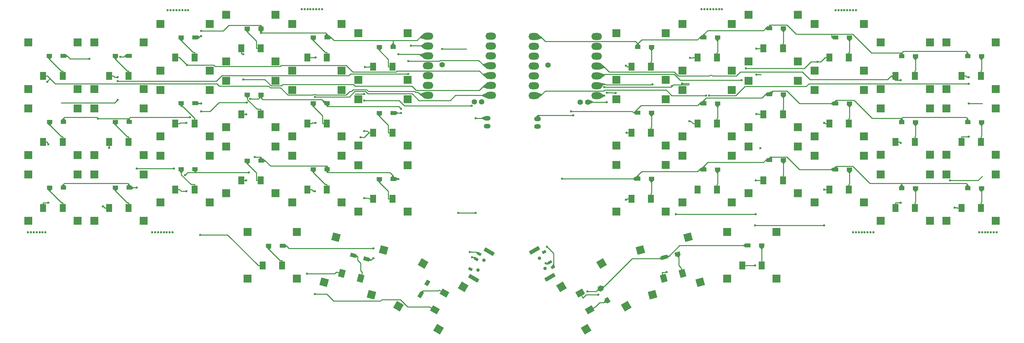
<source format=gbr>
%TF.GenerationSoftware,KiCad,Pcbnew,8.0.7*%
%TF.CreationDate,2025-01-01T00:44:28+01:00*%
%TF.ProjectId,corne-xiao,636f726e-652d-4786-9961-6f2e6b696361,1.1*%
%TF.SameCoordinates,Original*%
%TF.FileFunction,Copper,L1,Top*%
%TF.FilePolarity,Positive*%
%FSLAX46Y46*%
G04 Gerber Fmt 4.6, Leading zero omitted, Abs format (unit mm)*
G04 Created by KiCad (PCBNEW 8.0.7) date 2025-01-01 00:44:28*
%MOMM*%
%LPD*%
G01*
G04 APERTURE LIST*
G04 Aperture macros list*
%AMRotRect*
0 Rectangle, with rotation*
0 The origin of the aperture is its center*
0 $1 length*
0 $2 width*
0 $3 Rotation angle, in degrees counterclockwise*
0 Add horizontal line*
21,1,$1,$2,0,0,$3*%
G04 Aperture macros list end*
%TA.AperFunction,SMDPad,CuDef*%
%ADD10R,1.400000X1.000000*%
%TD*%
%TA.AperFunction,SMDPad,CuDef*%
%ADD11RotRect,1.400000X1.000000X165.000000*%
%TD*%
%TA.AperFunction,SMDPad,CuDef*%
%ADD12RotRect,1.400000X1.000000X240.000000*%
%TD*%
%TA.AperFunction,SMDPad,CuDef*%
%ADD13R,1.550000X2.000000*%
%TD*%
%TA.AperFunction,SMDPad,CuDef*%
%ADD14R,2.000000X2.000000*%
%TD*%
%TA.AperFunction,SMDPad,CuDef*%
%ADD15RotRect,1.550000X2.000000X345.000000*%
%TD*%
%TA.AperFunction,SMDPad,CuDef*%
%ADD16RotRect,2.000000X2.000000X345.000000*%
%TD*%
%TA.AperFunction,SMDPad,CuDef*%
%ADD17RotRect,1.550000X2.000000X60.000000*%
%TD*%
%TA.AperFunction,SMDPad,CuDef*%
%ADD18RotRect,2.000000X2.000000X60.000000*%
%TD*%
%TA.AperFunction,SMDPad,CuDef*%
%ADD19RotRect,1.550000X2.000000X300.000000*%
%TD*%
%TA.AperFunction,SMDPad,CuDef*%
%ADD20RotRect,2.000000X2.000000X300.000000*%
%TD*%
%TA.AperFunction,SMDPad,CuDef*%
%ADD21RotRect,1.400000X1.000000X15.000000*%
%TD*%
%TA.AperFunction,SMDPad,CuDef*%
%ADD22RotRect,1.400000X1.000000X300.000000*%
%TD*%
%TA.AperFunction,SMDPad,CuDef*%
%ADD23RotRect,1.550000X2.000000X15.000000*%
%TD*%
%TA.AperFunction,SMDPad,CuDef*%
%ADD24RotRect,2.000000X2.000000X15.000000*%
%TD*%
%TA.AperFunction,ComponentPad*%
%ADD25O,2.750000X1.800000*%
%TD*%
%TA.AperFunction,ComponentPad*%
%ADD26C,1.397000*%
%TD*%
%TA.AperFunction,WasherPad*%
%ADD27C,0.900000*%
%TD*%
%TA.AperFunction,SMDPad,CuDef*%
%ADD28RotRect,0.700000X1.000000X240.000000*%
%TD*%
%TA.AperFunction,SMDPad,CuDef*%
%ADD29RotRect,2.800000X1.000000X150.000000*%
%TD*%
%TA.AperFunction,ComponentPad*%
%ADD30O,1.750000X1.200000*%
%TD*%
%TA.AperFunction,SMDPad,CuDef*%
%ADD31RotRect,0.700000X1.000000X120.000000*%
%TD*%
%TA.AperFunction,SMDPad,CuDef*%
%ADD32RotRect,2.800000X1.000000X30.000000*%
%TD*%
%TA.AperFunction,ViaPad*%
%ADD33C,0.600000*%
%TD*%
%TA.AperFunction,Conductor*%
%ADD34C,0.250000*%
%TD*%
G04 APERTURE END LIST*
D10*
%TO.P,D1,2,A*%
%TO.N,Net-(D1-A)*%
X-136389500Y57650000D03*
%TO.P,D1,1,K*%
%TO.N,ROW0_L*%
X-132839500Y57650000D03*
%TD*%
%TO.P,D2,1,K*%
%TO.N,ROW0_L*%
X-115839500Y57650000D03*
%TO.P,D2,2,A*%
%TO.N,Net-(D2-A)*%
X-119389500Y57650000D03*
%TD*%
%TO.P,D3,1,K*%
%TO.N,ROW0_L*%
X-98839500Y62400000D03*
%TO.P,D3,2,A*%
%TO.N,Net-(D3-A)*%
X-102389500Y62400000D03*
%TD*%
%TO.P,D4,1,K*%
%TO.N,ROW0_L*%
X-81839500Y64649800D03*
%TO.P,D4,2,A*%
%TO.N,Net-(D4-A)*%
X-85389500Y64649800D03*
%TD*%
%TO.P,D5,1,K*%
%TO.N,ROW0_L*%
X-64839500Y62399100D03*
%TO.P,D5,2,A*%
%TO.N,Net-(D5-A)*%
X-68389500Y62399100D03*
%TD*%
%TO.P,D6,2,A*%
%TO.N,Net-(D6-A)*%
X-51389500Y59899500D03*
%TO.P,D6,1,K*%
%TO.N,ROW0_L*%
X-47839500Y59899500D03*
%TD*%
%TO.P,D7,2,A*%
%TO.N,Net-(D7-A)*%
X-136327000Y40650000D03*
%TO.P,D7,1,K*%
%TO.N,ROW1_L*%
X-132777000Y40650000D03*
%TD*%
%TO.P,D8,1,K*%
%TO.N,ROW1_L*%
X-115839500Y40650000D03*
%TO.P,D8,2,A*%
%TO.N,Net-(D8-A)*%
X-119389500Y40650000D03*
%TD*%
%TO.P,D9,1,K*%
%TO.N,ROW1_L*%
X-98839500Y45400000D03*
%TO.P,D9,2,A*%
%TO.N,Net-(D9-A)*%
X-102389500Y45400000D03*
%TD*%
%TO.P,D10,1,K*%
%TO.N,ROW1_L*%
X-81839500Y47650100D03*
%TO.P,D10,2,A*%
%TO.N,Net-(D10-A)*%
X-85389500Y47650100D03*
%TD*%
%TO.P,D11,2,A*%
%TO.N,Net-(D11-A)*%
X-68389500Y45399500D03*
%TO.P,D11,1,K*%
%TO.N,ROW1_L*%
X-64839500Y45399500D03*
%TD*%
%TO.P,D12,1,K*%
%TO.N,ROW1_L*%
X-47839500Y42899900D03*
%TO.P,D12,2,A*%
%TO.N,Net-(D12-A)*%
X-51389500Y42899900D03*
%TD*%
%TO.P,D13,2,A*%
%TO.N,Net-(D13-A)*%
X-136327000Y23696900D03*
%TO.P,D13,1,K*%
%TO.N,ROW2_L*%
X-132777000Y23696900D03*
%TD*%
%TO.P,D14,1,K*%
%TO.N,ROW2_L*%
X-115839500Y23650000D03*
%TO.P,D14,2,A*%
%TO.N,Net-(D14-A)*%
X-119389500Y23650000D03*
%TD*%
%TO.P,D15,1,K*%
%TO.N,ROW2_L*%
X-98839500Y28400000D03*
%TO.P,D15,2,A*%
%TO.N,Net-(D15-A)*%
X-102389500Y28400000D03*
%TD*%
%TO.P,D16,1,K*%
%TO.N,ROW2_L*%
X-81839500Y30650000D03*
%TO.P,D16,2,A*%
%TO.N,Net-(D16-A)*%
X-85389500Y30650000D03*
%TD*%
%TO.P,D17,1,K*%
%TO.N,ROW2_L*%
X-64839500Y28400000D03*
%TO.P,D17,2,A*%
%TO.N,Net-(D17-A)*%
X-68389500Y28400000D03*
%TD*%
%TO.P,D18,1,K*%
%TO.N,ROW2_L*%
X-47839500Y25900000D03*
%TO.P,D18,2,A*%
%TO.N,Net-(D18-A)*%
X-51389500Y25900000D03*
%TD*%
%TO.P,D19,1,K*%
%TO.N,ROW3_L*%
X-76339500Y8650000D03*
%TO.P,D19,2,A*%
%TO.N,Net-(D19-A)*%
X-79889500Y8650000D03*
%TD*%
D11*
%TO.P,D20,1,K*%
%TO.N,ROW3_L*%
X-54749982Y5290596D03*
%TO.P,D20,2,A*%
%TO.N,Net-(D20-A)*%
X-58179018Y6209404D03*
%TD*%
D12*
%TO.P,D21,1,K*%
%TO.N,ROW3_L*%
X-38977000Y-912805D03*
%TO.P,D21,2,A*%
%TO.N,Net-(D21-A)*%
X-40752000Y-3987195D03*
%TD*%
D13*
%TO.P,SW2,1,1*%
%TO.N,COL1_L*%
X-120944600Y52450000D03*
%TO.P,SW2,2,2*%
%TO.N,Net-(D2-A)*%
X-115944600Y52450000D03*
D14*
%TO.P,SW2,3*%
%TO.N,N/C*%
X-124794600Y61100000D03*
X-124794600Y49100000D03*
X-112094600Y61100000D03*
X-112094600Y49100000D03*
%TD*%
D13*
%TO.P,SW3,1,1*%
%TO.N,COL2_L*%
X-103944600Y57200000D03*
%TO.P,SW3,2,2*%
%TO.N,Net-(D3-A)*%
X-98944600Y57200000D03*
D14*
%TO.P,SW3,3*%
%TO.N,N/C*%
X-107794600Y65850000D03*
X-107794600Y53850000D03*
X-95094600Y65850000D03*
X-95094600Y53850000D03*
%TD*%
D13*
%TO.P,SW4,1,1*%
%TO.N,COL3_L*%
X-86944600Y59574800D03*
%TO.P,SW4,2,2*%
%TO.N,Net-(D4-A)*%
X-81944600Y59574800D03*
D14*
%TO.P,SW4,3*%
%TO.N,N/C*%
X-90794600Y68224800D03*
X-90794600Y56224800D03*
X-78094600Y68224800D03*
X-78094600Y56224800D03*
%TD*%
D13*
%TO.P,SW5,1,1*%
%TO.N,COL4_L*%
X-69944600Y57199100D03*
%TO.P,SW5,2,2*%
%TO.N,Net-(D5-A)*%
X-64944600Y57199100D03*
D14*
%TO.P,SW5,3*%
%TO.N,N/C*%
X-73794600Y65849100D03*
X-73794600Y53849100D03*
X-61094600Y65849100D03*
X-61094600Y53849100D03*
%TD*%
%TO.P,SW7,3*%
%TO.N,N/C*%
X-129094600Y32100000D03*
X-129094600Y44100000D03*
X-141794600Y32100000D03*
X-141794600Y44100000D03*
D13*
%TO.P,SW7,2,2*%
%TO.N,Net-(D7-A)*%
X-132944600Y35450000D03*
%TO.P,SW7,1,1*%
%TO.N,COL0_L*%
X-137944600Y35450000D03*
%TD*%
%TO.P,SW8,1,1*%
%TO.N,COL1_L*%
X-120944600Y35450000D03*
%TO.P,SW8,2,2*%
%TO.N,Net-(D8-A)*%
X-115944600Y35450000D03*
D14*
%TO.P,SW8,3*%
%TO.N,N/C*%
X-124794600Y44100000D03*
X-124794600Y32100000D03*
X-112094600Y44100000D03*
X-112094600Y32100000D03*
%TD*%
D13*
%TO.P,SW9,1,1*%
%TO.N,COL2_L*%
X-103944600Y40200000D03*
%TO.P,SW9,2,2*%
%TO.N,Net-(D9-A)*%
X-98944600Y40200000D03*
D14*
%TO.P,SW9,3*%
%TO.N,N/C*%
X-107794600Y48850000D03*
X-107794600Y36850000D03*
X-95094600Y48850000D03*
X-95094600Y36850000D03*
%TD*%
D13*
%TO.P,SW10,1,1*%
%TO.N,COL3_L*%
X-86944600Y42575100D03*
%TO.P,SW10,2,2*%
%TO.N,Net-(D10-A)*%
X-81944600Y42575100D03*
D14*
%TO.P,SW10,3*%
%TO.N,N/C*%
X-90794600Y51225100D03*
X-90794600Y39225100D03*
X-78094600Y51225100D03*
X-78094600Y39225100D03*
%TD*%
%TO.P,SW11,3*%
%TO.N,N/C*%
X-61094600Y36849500D03*
X-61094600Y48849500D03*
X-73794600Y36849500D03*
X-73794600Y48849500D03*
D13*
%TO.P,SW11,2,2*%
%TO.N,Net-(D11-A)*%
X-64944600Y40199500D03*
%TO.P,SW11,1,1*%
%TO.N,COL4_L*%
X-69944600Y40199500D03*
%TD*%
%TO.P,SW12,1,1*%
%TO.N,COL5_L*%
X-52944600Y37824900D03*
%TO.P,SW12,2,2*%
%TO.N,Net-(D12-A)*%
X-47944600Y37824900D03*
D14*
%TO.P,SW12,3*%
%TO.N,N/C*%
X-56794600Y46474900D03*
X-56794600Y34474900D03*
X-44094600Y46474900D03*
X-44094600Y34474900D03*
%TD*%
%TO.P,SW13,3*%
%TO.N,N/C*%
X-129094600Y15100000D03*
X-129094600Y27100000D03*
X-141794600Y15100000D03*
X-141794600Y27100000D03*
D13*
%TO.P,SW13,2,2*%
%TO.N,Net-(D13-A)*%
X-132944600Y18450000D03*
%TO.P,SW13,1,1*%
%TO.N,COL0_L*%
X-137944600Y18450000D03*
%TD*%
%TO.P,SW14,1,1*%
%TO.N,COL1_L*%
X-120944600Y18450000D03*
%TO.P,SW14,2,2*%
%TO.N,Net-(D14-A)*%
X-115944600Y18450000D03*
D14*
%TO.P,SW14,3*%
%TO.N,N/C*%
X-124794600Y27100000D03*
X-124794600Y15100000D03*
X-112094600Y27100000D03*
X-112094600Y15100000D03*
%TD*%
D13*
%TO.P,SW15,1,1*%
%TO.N,COL2_L*%
X-103944600Y23200000D03*
%TO.P,SW15,2,2*%
%TO.N,Net-(D15-A)*%
X-98944600Y23200000D03*
D14*
%TO.P,SW15,3*%
%TO.N,N/C*%
X-107794600Y31850000D03*
X-107794600Y19850000D03*
X-95094600Y31850000D03*
X-95094600Y19850000D03*
%TD*%
D13*
%TO.P,SW16,1,1*%
%TO.N,COL3_L*%
X-86944600Y25575000D03*
%TO.P,SW16,2,2*%
%TO.N,Net-(D16-A)*%
X-81944600Y25575000D03*
D14*
%TO.P,SW16,3*%
%TO.N,N/C*%
X-90794600Y34225000D03*
X-90794600Y22225000D03*
X-78094600Y34225000D03*
X-78094600Y22225000D03*
%TD*%
D13*
%TO.P,SW17,1,1*%
%TO.N,COL4_L*%
X-69944600Y23200000D03*
%TO.P,SW17,2,2*%
%TO.N,Net-(D17-A)*%
X-64944600Y23200000D03*
D14*
%TO.P,SW17,3*%
%TO.N,N/C*%
X-73794600Y31850000D03*
X-73794600Y19850000D03*
X-61094600Y31850000D03*
X-61094600Y19850000D03*
%TD*%
D13*
%TO.P,SW18,1,1*%
%TO.N,COL5_L*%
X-52944600Y20825000D03*
%TO.P,SW18,2,2*%
%TO.N,Net-(D18-A)*%
X-47944600Y20825000D03*
D14*
%TO.P,SW18,3*%
%TO.N,N/C*%
X-56794600Y29475000D03*
X-56794600Y17475000D03*
X-44094600Y29475000D03*
X-44094600Y17475000D03*
%TD*%
D13*
%TO.P,SW19,1,1*%
%TO.N,COL2_L*%
X-81444600Y3575000D03*
%TO.P,SW19,2,2*%
%TO.N,Net-(D19-A)*%
X-76444600Y3575000D03*
D14*
%TO.P,SW19,3*%
%TO.N,N/C*%
X-85294600Y12225000D03*
X-85294600Y225000D03*
X-72594600Y12225000D03*
X-72594600Y225000D03*
%TD*%
D15*
%TO.P,SW20,1,1*%
%TO.N,COL3_L*%
X-61045285Y1562344D03*
%TO.P,SW20,2,2*%
%TO.N,Net-(D20-A)*%
X-56215656Y268249D03*
D16*
%TO.P,SW20,3*%
%TO.N,N/C*%
X-62525315Y10914056D03*
X-65631143Y-677054D03*
X-50258057Y7627054D03*
X-53363885Y-3964056D03*
%TD*%
D17*
%TO.P,SW21,1,1*%
%TO.N,COL4_L*%
X-37069533Y-7840064D03*
%TO.P,SW21,2,2*%
%TO.N,Net-(D21-A)*%
X-34569534Y-3509936D03*
D18*
%TO.P,SW21,3*%
%TO.N,N/C*%
X-46485652Y-6849261D03*
X-36093348Y-12849261D03*
X-40135652Y4149261D03*
X-29743348Y-1850739D03*
%TD*%
D19*
%TO.P,SW42,1,1*%
%TO.N,COL4_R*%
X340534Y-3509936D03*
%TO.P,SW42,2,2*%
%TO.N,Net-(D42-A)*%
X2840533Y-7840064D03*
D20*
%TO.P,SW42,3*%
%TO.N,N/C*%
X5906652Y4149261D03*
X-4485652Y-1850739D03*
X12256652Y-6849261D03*
X1864348Y-12849261D03*
%TD*%
D10*
%TO.P,D23,1,K*%
%TO.N,ROW0_R*%
X83160500Y57550000D03*
%TO.P,D23,2,A*%
%TO.N,Net-(D23-A)*%
X86710500Y57550000D03*
%TD*%
%TO.P,D24,2,A*%
%TO.N,Net-(D24-A)*%
X69710500Y62350000D03*
%TO.P,D24,1,K*%
%TO.N,ROW0_R*%
X66160500Y62350000D03*
%TD*%
%TO.P,D25,2,A*%
%TO.N,Net-(D25-A)*%
X52710500Y64750000D03*
%TO.P,D25,1,K*%
%TO.N,ROW0_R*%
X49160500Y64750000D03*
%TD*%
%TO.P,D27,1,K*%
%TO.N,ROW0_R*%
X15160500Y59950000D03*
%TO.P,D27,2,A*%
%TO.N,Net-(D27-A)*%
X18710500Y59950000D03*
%TD*%
%TO.P,D28,1,K*%
%TO.N,ROW1_R*%
X100160500Y40550000D03*
%TO.P,D28,2,A*%
%TO.N,Net-(D28-A)*%
X103710500Y40550000D03*
%TD*%
%TO.P,D29,1,K*%
%TO.N,ROW1_R*%
X83160500Y40550000D03*
%TO.P,D29,2,A*%
%TO.N,Net-(D29-A)*%
X86710500Y40550000D03*
%TD*%
%TO.P,D30,2,A*%
%TO.N,Net-(D30-A)*%
X69710500Y45350000D03*
%TO.P,D30,1,K*%
%TO.N,ROW1_R*%
X66160500Y45350000D03*
%TD*%
%TO.P,D31,2,A*%
%TO.N,Net-(D31-A)*%
X52710500Y47750000D03*
%TO.P,D31,1,K*%
%TO.N,ROW1_R*%
X49160500Y47750000D03*
%TD*%
%TO.P,D32,2,A*%
%TO.N,Net-(D32-A)*%
X35710500Y45350000D03*
%TO.P,D32,1,K*%
%TO.N,ROW1_R*%
X32160500Y45350000D03*
%TD*%
%TO.P,D33,2,A*%
%TO.N,Net-(D33-A)*%
X18710500Y42950000D03*
%TO.P,D33,1,K*%
%TO.N,ROW1_R*%
X15160500Y42950000D03*
%TD*%
%TO.P,D34,1,K*%
%TO.N,ROW2_R*%
X100160500Y23550000D03*
%TO.P,D34,2,A*%
%TO.N,Net-(D34-A)*%
X103710500Y23550000D03*
%TD*%
%TO.P,D35,1,K*%
%TO.N,ROW2_R*%
X83160500Y23550000D03*
%TO.P,D35,2,A*%
%TO.N,Net-(D35-A)*%
X86710500Y23550000D03*
%TD*%
%TO.P,D36,1,K*%
%TO.N,ROW2_R*%
X66160500Y28350000D03*
%TO.P,D36,2,A*%
%TO.N,Net-(D36-A)*%
X69710500Y28350000D03*
%TD*%
%TO.P,D37,2,A*%
%TO.N,Net-(D37-A)*%
X52710500Y30750000D03*
%TO.P,D37,1,K*%
%TO.N,ROW2_R*%
X49160500Y30750000D03*
%TD*%
%TO.P,D38,2,A*%
%TO.N,Net-(D38-A)*%
X35710500Y28350000D03*
%TO.P,D38,1,K*%
%TO.N,ROW2_R*%
X32160500Y28350000D03*
%TD*%
%TO.P,D39,1,K*%
%TO.N,ROW2_R*%
X15160500Y25950000D03*
%TO.P,D39,2,A*%
%TO.N,Net-(D39-A)*%
X18710500Y25950000D03*
%TD*%
%TO.P,D40,1,K*%
%TO.N,ROW3_R*%
X43560500Y8750000D03*
%TO.P,D40,2,A*%
%TO.N,Net-(D40-A)*%
X47110500Y8750000D03*
%TD*%
D21*
%TO.P,D41,1,K*%
%TO.N,ROW3_R*%
X22020982Y5690596D03*
%TO.P,D41,2,A*%
%TO.N,Net-(D41-A)*%
X25450018Y6609404D03*
%TD*%
D22*
%TO.P,D42,1,K*%
%TO.N,ROW3_R*%
X5648000Y-2312805D03*
%TO.P,D42,2,A*%
%TO.N,Net-(D42-A)*%
X7423000Y-5387195D03*
%TD*%
D10*
%TO.P,D22,1,K*%
%TO.N,ROW0_R*%
X100160500Y57550000D03*
%TO.P,D22,2,A*%
%TO.N,Net-(D22-A)*%
X103710500Y57550000D03*
%TD*%
D14*
%TO.P,SW37,3*%
%TO.N,N/C*%
X56412400Y22230000D03*
X56412400Y34230000D03*
X43712400Y22230000D03*
X43712400Y34230000D03*
D13*
%TO.P,SW37,2,2*%
%TO.N,Net-(D37-A)*%
X52562400Y25580000D03*
%TO.P,SW37,1,1*%
%TO.N,COL3_R*%
X47562400Y25580000D03*
%TD*%
D14*
%TO.P,SW38,3*%
%TO.N,N/C*%
X39412400Y19855000D03*
X39412400Y31855000D03*
X26712400Y19855000D03*
X26712400Y31855000D03*
D13*
%TO.P,SW38,2,2*%
%TO.N,Net-(D38-A)*%
X35562400Y23205000D03*
%TO.P,SW38,1,1*%
%TO.N,COL4_R*%
X30562400Y23205000D03*
%TD*%
%TO.P,SW39,1,1*%
%TO.N,COL5_R*%
X13562400Y20830000D03*
%TO.P,SW39,2,2*%
%TO.N,Net-(D39-A)*%
X18562400Y20830000D03*
D14*
%TO.P,SW39,3*%
%TO.N,N/C*%
X9712400Y29480000D03*
X9712400Y17480000D03*
X22412400Y29480000D03*
X22412400Y17480000D03*
%TD*%
D13*
%TO.P,SW40,1,1*%
%TO.N,COL2_R*%
X42062400Y3580000D03*
%TO.P,SW40,2,2*%
%TO.N,Net-(D40-A)*%
X47062400Y3580000D03*
D14*
%TO.P,SW40,3*%
%TO.N,N/C*%
X38212400Y12230000D03*
X38212400Y230000D03*
X50912400Y12230000D03*
X50912400Y230000D03*
%TD*%
D23*
%TO.P,SW41,1,1*%
%TO.N,COL3_R*%
X21833456Y273249D03*
%TO.P,SW41,2,2*%
%TO.N,Net-(D41-A)*%
X26663085Y1567344D03*
D24*
%TO.P,SW41,3*%
%TO.N,N/C*%
X15875857Y7632054D03*
X18981685Y-3959056D03*
X28143115Y10919056D03*
X31248943Y-672054D03*
%TD*%
D14*
%TO.P,SW25,3*%
%TO.N,N/C*%
X56412400Y56230000D03*
X56412400Y68230000D03*
X43712400Y56230000D03*
X43712400Y68230000D03*
D13*
%TO.P,SW25,2,2*%
%TO.N,Net-(D25-A)*%
X52562400Y59580000D03*
%TO.P,SW25,1,1*%
%TO.N,COL3_R*%
X47562400Y59580000D03*
%TD*%
D14*
%TO.P,SW26,3*%
%TO.N,N/C*%
X39412400Y53855000D03*
X39412400Y65855000D03*
X26712400Y53855000D03*
X26712400Y65855000D03*
D13*
%TO.P,SW26,2,2*%
%TO.N,Net-(D26-A)*%
X35562400Y57205000D03*
%TO.P,SW26,1,1*%
%TO.N,COL4_R*%
X30562400Y57205000D03*
%TD*%
%TO.P,SW28,1,1*%
%TO.N,COL0_R*%
X98562400Y35455000D03*
%TO.P,SW28,2,2*%
%TO.N,Net-(D28-A)*%
X103562400Y35455000D03*
D14*
%TO.P,SW28,3*%
%TO.N,N/C*%
X94712400Y44105000D03*
X94712400Y32105000D03*
X107412400Y44105000D03*
X107412400Y32105000D03*
%TD*%
%TO.P,SW24,3*%
%TO.N,N/C*%
X73412400Y53855000D03*
X73412400Y65855000D03*
X60712400Y53855000D03*
X60712400Y65855000D03*
D13*
%TO.P,SW24,2,2*%
%TO.N,Net-(D24-A)*%
X69562400Y57205000D03*
%TO.P,SW24,1,1*%
%TO.N,COL2_R*%
X64562400Y57205000D03*
%TD*%
%TO.P,SW29,1,1*%
%TO.N,COL1_R*%
X81562400Y35455000D03*
%TO.P,SW29,2,2*%
%TO.N,Net-(D29-A)*%
X86562400Y35455000D03*
D14*
%TO.P,SW29,3*%
%TO.N,N/C*%
X77712400Y44105000D03*
X77712400Y32105000D03*
X90412400Y44105000D03*
X90412400Y32105000D03*
%TD*%
D13*
%TO.P,SW35,1,1*%
%TO.N,COL1_R*%
X81562400Y18455000D03*
%TO.P,SW35,2,2*%
%TO.N,Net-(D35-A)*%
X86562400Y18455000D03*
D14*
%TO.P,SW35,3*%
%TO.N,N/C*%
X77712400Y27105000D03*
X77712400Y15105000D03*
X90412400Y27105000D03*
X90412400Y15105000D03*
%TD*%
D13*
%TO.P,SW36,1,1*%
%TO.N,COL2_R*%
X64562400Y23205000D03*
%TO.P,SW36,2,2*%
%TO.N,Net-(D36-A)*%
X69562400Y23205000D03*
D14*
%TO.P,SW36,3*%
%TO.N,N/C*%
X60712400Y31855000D03*
X60712400Y19855000D03*
X73412400Y31855000D03*
X73412400Y19855000D03*
%TD*%
D13*
%TO.P,SW22,1,1*%
%TO.N,COL0_R*%
X98562400Y52455000D03*
%TO.P,SW22,2,2*%
%TO.N,Net-(D22-A)*%
X103562400Y52455000D03*
D14*
%TO.P,SW22,3*%
%TO.N,N/C*%
X94712400Y61105000D03*
X94712400Y49105000D03*
X107412400Y61105000D03*
X107412400Y49105000D03*
%TD*%
D13*
%TO.P,SW23,1,1*%
%TO.N,COL1_R*%
X81562400Y52455000D03*
%TO.P,SW23,2,2*%
%TO.N,Net-(D23-A)*%
X86562400Y52455000D03*
D14*
%TO.P,SW23,3*%
%TO.N,N/C*%
X77712400Y61105000D03*
X77712400Y49105000D03*
X90412400Y61105000D03*
X90412400Y49105000D03*
%TD*%
%TO.P,SW30,3*%
%TO.N,N/C*%
X73412400Y36855000D03*
X73412400Y48855000D03*
X60712400Y36855000D03*
X60712400Y48855000D03*
D13*
%TO.P,SW30,2,2*%
%TO.N,Net-(D30-A)*%
X69562400Y40205000D03*
%TO.P,SW30,1,1*%
%TO.N,COL2_R*%
X64562400Y40205000D03*
%TD*%
D14*
%TO.P,SW31,3*%
%TO.N,N/C*%
X56412400Y39230000D03*
X56412400Y51230000D03*
X43712400Y39230000D03*
X43712400Y51230000D03*
D13*
%TO.P,SW31,2,2*%
%TO.N,Net-(D31-A)*%
X52562400Y42580000D03*
%TO.P,SW31,1,1*%
%TO.N,COL3_R*%
X47562400Y42580000D03*
%TD*%
D14*
%TO.P,SW32,3*%
%TO.N,N/C*%
X39412400Y36855000D03*
X39412400Y48855000D03*
X26712400Y36855000D03*
X26712400Y48855000D03*
D13*
%TO.P,SW32,2,2*%
%TO.N,Net-(D32-A)*%
X35562400Y40205000D03*
%TO.P,SW32,1,1*%
%TO.N,COL4_R*%
X30562400Y40205000D03*
%TD*%
D14*
%TO.P,SW33,3*%
%TO.N,N/C*%
X22412400Y34480000D03*
X22412400Y46480000D03*
X9712400Y34480000D03*
X9712400Y46480000D03*
D13*
%TO.P,SW33,2,2*%
%TO.N,Net-(D33-A)*%
X18562400Y37830000D03*
%TO.P,SW33,1,1*%
%TO.N,COL5_R*%
X13562400Y37830000D03*
%TD*%
%TO.P,SW34,1,1*%
%TO.N,COL0_R*%
X98562400Y18455000D03*
%TO.P,SW34,2,2*%
%TO.N,Net-(D34-A)*%
X103562400Y18455000D03*
D14*
%TO.P,SW34,3*%
%TO.N,N/C*%
X94712400Y27105000D03*
X94712400Y15105000D03*
X107412400Y27105000D03*
X107412400Y15105000D03*
%TD*%
D10*
%TO.P,D26,2,A*%
%TO.N,Net-(D26-A)*%
X35710500Y62350000D03*
%TO.P,D26,1,K*%
%TO.N,ROW0_R*%
X32160500Y62350000D03*
%TD*%
D14*
%TO.P,SW1,3*%
%TO.N,N/C*%
X-129094600Y49100000D03*
X-129094600Y61100000D03*
X-141794600Y49100000D03*
X-141794600Y61100000D03*
D13*
%TO.P,SW1,2,2*%
%TO.N,Net-(D1-A)*%
X-132944600Y52450000D03*
%TO.P,SW1,1,1*%
%TO.N,COL0_L*%
X-137944600Y52450000D03*
%TD*%
D14*
%TO.P,SW6,3*%
%TO.N,N/C*%
X-44094600Y51474500D03*
X-44094600Y63474500D03*
X-56794600Y51474500D03*
X-56794600Y63474500D03*
D13*
%TO.P,SW6,2,2*%
%TO.N,Net-(D6-A)*%
X-47944600Y54824500D03*
%TO.P,SW6,1,1*%
%TO.N,COL5_L*%
X-52944600Y54824500D03*
%TD*%
%TO.P,SW27,1,1*%
%TO.N,COL5_R*%
X13555400Y54825000D03*
%TO.P,SW27,2,2*%
%TO.N,Net-(D27-A)*%
X18555400Y54825000D03*
D14*
%TO.P,SW27,3*%
%TO.N,N/C*%
X9705400Y63475000D03*
X9705400Y51475000D03*
X22405400Y63475000D03*
X22405400Y51475000D03*
%TD*%
D25*
%TO.P,U1,1,A2/0.02_H*%
%TO.N,ROW0_L*%
X-38875200Y62673000D03*
%TO.P,U1,2,A4/0.03_H*%
%TO.N,ROW1_L*%
X-38875200Y60133000D03*
%TO.P,U1,3,A10/0.28*%
%TO.N,ROW2_L*%
X-38875200Y57593000D03*
%TO.P,U1,4,A11/0.29*%
%TO.N,ROW3_L*%
X-38875200Y55053000D03*
%TO.P,U1,5,A8_SDA/0.04_H*%
%TO.N,SDA_L*%
X-38875200Y52513000D03*
%TO.P,U1,6,A9_SCL/0.05_H*%
%TO.N,SCL_L*%
X-38875200Y49973000D03*
%TO.P,U1,7,B8_TX/1.11*%
%TO.N,COL0_L*%
X-38875200Y47433000D03*
%TO.P,U1,8,B9_RX/1.12*%
%TO.N,COL4_L*%
X-22685200Y47433000D03*
%TO.P,U1,9,A7_SCK/1.13*%
%TO.N,COL3_L*%
X-22685200Y49973000D03*
%TO.P,U1,10,A5_MISO/1.14*%
%TO.N,COL2_L*%
X-22685200Y52513000D03*
%TO.P,U1,11,A6_MOSI/1.15*%
%TO.N,COL1_L*%
X-22685200Y55053000D03*
%TO.P,U1,12,3V3*%
%TO.N,VCC*%
X-22685200Y57593000D03*
%TO.P,U1,13,GND*%
%TO.N,GND*%
X-22685200Y60133000D03*
%TO.P,U1,14,5V*%
%TO.N,unconnected-(U1-5V-Pad14)*%
X-22685200Y62673000D03*
D26*
%TO.P,U1,15,BAT*%
%TO.N,BAT+_L*%
X-35225200Y55370000D03*
%TO.P,U1,16,NFC1/0.09_H*%
%TO.N,CS_L*%
X-26919400Y45807400D03*
%TO.P,U1,17,NFC2/0.10_H*%
%TO.N,COL5_L*%
X-25014400Y45807400D03*
%TD*%
D25*
%TO.P,U2,1,A2/0.02_H*%
%TO.N,ROW0_R*%
X-11580200Y62593000D03*
%TO.P,U2,2,A4/0.03_H*%
%TO.N,ROW1_R*%
X-11580200Y60053000D03*
%TO.P,U2,3,A10/0.28*%
%TO.N,ROW2_R*%
X-11580200Y57513000D03*
%TO.P,U2,4,A11/0.29*%
%TO.N,ROW3_R*%
X-11580200Y54973000D03*
%TO.P,U2,5,A8_SDA/0.04_H*%
%TO.N,SDA_R*%
X-11580200Y52433000D03*
%TO.P,U2,6,A9_SCL/0.05_H*%
%TO.N,SCL_R*%
X-11580200Y49893000D03*
%TO.P,U2,7,B8_TX/1.11*%
%TO.N,COL0_R*%
X-11580200Y47353000D03*
%TO.P,U2,8,B9_RX/1.12*%
%TO.N,COL4_R*%
X4609800Y47353000D03*
%TO.P,U2,9,A7_SCK/1.13*%
%TO.N,COL3_R*%
X4609800Y49893000D03*
%TO.P,U2,10,A5_MISO/1.14*%
%TO.N,COL2_R*%
X4609800Y52433000D03*
%TO.P,U2,11,A6_MOSI/1.15*%
%TO.N,COL1_R*%
X4609800Y54973000D03*
%TO.P,U2,12,3V3*%
%TO.N,VCCQ*%
X4609800Y57513000D03*
%TO.P,U2,13,GND*%
%TO.N,GND1*%
X4609800Y60053000D03*
%TO.P,U2,14,5V*%
%TO.N,unconnected-(U2-5V-Pad14)*%
X4609800Y62593000D03*
D26*
%TO.P,U2,15,BAT*%
%TO.N,BAT+_R*%
X-7930200Y55290000D03*
%TO.P,U2,16,NFC1/0.09_H*%
%TO.N,CS_R*%
X375600Y45727400D03*
%TO.P,U2,17,NFC2/0.10_H*%
%TO.N,COL5_R*%
X2280600Y45727400D03*
%TD*%
D27*
%TO.P,PSW1,*%
%TO.N,*%
X-24408634Y4971633D03*
X-25951936Y2398557D03*
D28*
%TO.P,PSW1,1,A*%
%TO.N,unconnected-(PSW1-A-Pad1)_1*%
X-27885781Y2649038D03*
%TO.P,PSW1,2,B*%
%TO.N,BAT+_L*%
X-26385781Y5247114D03*
%TO.P,PSW1,3,C*%
%TO.N,VBAT_L*%
X-25635781Y6546152D03*
D29*
%TO.P,PSW1,NC*%
%TO.N,N/C*%
X-27040333Y313397D03*
X-23065333Y7198299D03*
%TD*%
D30*
%TO.P,B2,1,Pin_1*%
%TO.N,VBAT_R*%
X-10604500Y39410000D03*
%TO.P,B2,2,Pin_2*%
%TO.N,GND1*%
X-10604500Y41410000D03*
%TD*%
%TO.P,B1,1,Pin_1*%
%TO.N,VBAT_L*%
X-23614500Y41550000D03*
%TO.P,B1,2,Pin_2*%
%TO.N,GND*%
X-23614500Y39550000D03*
%TD*%
D27*
%TO.P,PSW2,*%
%TO.N,*%
X-8670366Y2878367D03*
X-10127064Y5501443D03*
D31*
%TO.P,PSW2,1,A*%
%TO.N,unconnected-(PSW2-A-Pad1)_1*%
X-8943219Y7050962D03*
%TO.P,PSW2,2,B*%
%TO.N,BAT+_R*%
X-7443219Y4452886D03*
%TO.P,PSW2,3,C*%
%TO.N,VBAT_R*%
X-6693219Y3153848D03*
D32*
%TO.P,PSW2,NC*%
%TO.N,N/C*%
X-11388667Y7486603D03*
X-7413667Y601701D03*
%TD*%
D33*
%TO.N,*%
X71385500Y69400000D03*
X70635500Y69400000D03*
X69885500Y69400000D03*
X69135500Y69400000D03*
X68385500Y69400000D03*
X67635500Y69400000D03*
X66885500Y69400000D03*
X66135500Y69400000D03*
X36885500Y69650000D03*
X36135500Y69650000D03*
X35385500Y69650000D03*
X34635500Y69650000D03*
X33885500Y69650000D03*
X33135500Y69650000D03*
X32385500Y69650000D03*
X31635500Y69650000D03*
X-66114500Y69650000D03*
X-66864500Y69650000D03*
X-67614500Y69650000D03*
X-68364500Y69650000D03*
X-69114500Y69650000D03*
X-69864500Y69650000D03*
X-70614500Y69650000D03*
X-71364500Y69650000D03*
X-100614500Y69400000D03*
X-101364500Y69400000D03*
X-102114500Y69400000D03*
X-102864500Y69400000D03*
X-103614500Y69400000D03*
X-104364500Y69400000D03*
X-105114500Y69400000D03*
X-105864500Y69400000D03*
X-137364500Y12150000D03*
X-138114500Y12150000D03*
X-138864500Y12150000D03*
X-139614500Y12150000D03*
X-140364500Y12150000D03*
X-141114500Y12150000D03*
X-141864500Y12150000D03*
X-104614500Y12150000D03*
X-105364500Y12150000D03*
X-106114500Y12150000D03*
X-106864500Y12150000D03*
X-107614500Y12150000D03*
X-108364500Y12150000D03*
X-109114500Y12150000D03*
X-109864500Y12150000D03*
X75885500Y12150000D03*
X75135500Y12150000D03*
X74385500Y12150000D03*
X73635500Y12150000D03*
X72885500Y12150000D03*
X72135500Y12150000D03*
X71385500Y12150000D03*
X70635500Y12150000D03*
X107635500Y12150000D03*
X106885500Y12150000D03*
X106135500Y12150000D03*
X105385500Y12150000D03*
X104635500Y12150000D03*
X103885500Y12150000D03*
X103135500Y12150000D03*
%TO.N,COL1_R*%
X82916400Y51379800D03*
X82916400Y35210000D03*
X82916400Y19781700D03*
%TO.N,COL4_L*%
X-67949000Y-3747900D03*
X-67949000Y22727400D03*
X-67809600Y40377600D03*
X-67809600Y57199100D03*
X-68000500Y47048500D03*
%TO.N,COL3_L*%
X-85641700Y25575000D03*
X-85641700Y42575100D03*
X-86438000Y58061600D03*
X-70011000Y1478800D03*
X-86438000Y51569300D03*
%TO.N,COL2_L*%
X-97502400Y11512400D03*
X-101078000Y22727400D03*
X-101078000Y40377600D03*
X-100903500Y55260600D03*
%TO.N,COL0_L*%
X-136923700Y50937600D03*
X-136638100Y34835500D03*
X-136638100Y19776700D03*
%TO.N,BAT+_R*%
X-8563300Y4190800D03*
%TO.N,ROW3_R*%
X2194200Y-3039100D03*
%TO.N,ROW2_R*%
X-4320200Y25950000D03*
%TO.N,ROW1_R*%
X-2025100Y43319300D03*
%TO.N,GND1*%
X-1375300Y42336700D03*
%TO.N,VBAT_R*%
X-8169100Y8415700D03*
%TO.N,ROW2_L*%
X-46442000Y25900000D03*
X-46442000Y58027800D03*
X-84960400Y27573300D03*
X-83491200Y31552500D03*
X-101419100Y26923800D03*
X-104262400Y28610800D03*
X-113826800Y28610800D03*
X-113826800Y23695400D03*
%TO.N,ROW3_L*%
X-52898300Y5474900D03*
X-52898300Y8018900D03*
%TO.N,ROW1_L*%
X-45815300Y42899900D03*
X-43252200Y60263900D03*
X-45815300Y43995000D03*
X-84650600Y46540100D03*
X-85502800Y45619500D03*
X-97289000Y43319300D03*
X-97289000Y45345100D03*
X-123829000Y41476700D03*
X-100149600Y41806300D03*
%TO.N,ROW0_L*%
X-81839500Y63597800D03*
X-97289000Y64023700D03*
X-97289000Y62670200D03*
X-118060200Y57353500D03*
X-126082000Y56873900D03*
%TO.N,COL2_R*%
X43010300Y54422600D03*
X41931300Y51377500D03*
X61461900Y56103300D03*
X63145300Y40377600D03*
X63145300Y23205000D03*
X45398600Y3580000D03*
X45398600Y13902300D03*
X63145300Y13902300D03*
%TO.N,COL3_R*%
X45571300Y25580000D03*
X45571300Y16844000D03*
X25016900Y16844000D03*
X22587700Y1931600D03*
X45763500Y52827100D03*
X45763500Y42620200D03*
X45774000Y59525100D03*
X46777600Y33827100D03*
X19019100Y50221300D03*
%TO.N,COL5_R*%
X7253900Y48134200D03*
X7253900Y45727400D03*
X9474100Y48077100D03*
X12269400Y37830000D03*
X12151100Y55090100D03*
X12154600Y20543300D03*
%TO.N,COL1_L*%
X-120944600Y33916300D03*
X-118800200Y52144400D03*
X-118800200Y51123300D03*
X-43957800Y52984000D03*
X-43957800Y56279700D03*
X-122574100Y18882400D03*
X-118800200Y46261000D03*
%TO.N,COL0_R*%
X95601700Y25509600D03*
X96763500Y18495200D03*
X100413100Y45327100D03*
X100413100Y52144400D03*
X100413100Y36781700D03*
X100413100Y50431700D03*
X33580600Y47418100D03*
X32764500Y47418100D03*
%TO.N,COL5_L*%
X-56174000Y36598800D03*
X-55229500Y20951900D03*
X-55229500Y47808300D03*
X-55229500Y38211900D03*
X-55229500Y46149200D03*
X-27614700Y44783700D03*
X-55100000Y54760300D03*
%TO.N,VBAT_L*%
X-28115800Y7050200D03*
X-31072500Y17183700D03*
X-26537400Y17183700D03*
X-26537400Y41550000D03*
%TO.N,BAT+_L*%
X-27520200Y5751000D03*
X-35225200Y59379400D03*
%TO.N,COL4_R*%
X6556900Y49594600D03*
X6556900Y47353000D03*
X5012000Y-3926100D03*
X23968300Y49849400D03*
X28462400Y40816700D03*
X26594600Y50479400D03*
X28638100Y57140800D03*
%TD*%
D34*
%TO.N,COL1_R*%
X4134800Y54973000D02*
X6311500Y54973000D01*
X81562400Y52455000D02*
X80460700Y52455000D01*
X82909100Y35210000D02*
X82664100Y35455000D01*
X82916400Y35210000D02*
X82909100Y35210000D01*
X81562400Y35455000D02*
X82664100Y35455000D01*
X81535900Y51379800D02*
X82916400Y51379800D01*
X80460700Y52455000D02*
X81535900Y51379800D01*
X81562400Y18455000D02*
X81562400Y19781700D01*
X81562400Y19781700D02*
X82916400Y19781700D01*
X7786200Y53498300D02*
X6311500Y54973000D01*
X24607000Y53498300D02*
X7786200Y53498300D01*
X25615900Y52489400D02*
X24607000Y53498300D01*
X33612600Y52489400D02*
X25615900Y52489400D01*
X33754100Y52630900D02*
X33612600Y52489400D01*
X34273200Y52630900D02*
X33754100Y52630900D01*
X34413200Y52490900D02*
X34273200Y52630900D01*
X40609300Y52490900D02*
X34413200Y52490900D01*
X41578300Y53459900D02*
X40609300Y52490900D01*
X57579100Y53459900D02*
X41578300Y53459900D01*
X59528100Y51510900D02*
X57579100Y53459900D01*
X79516600Y51510900D02*
X59528100Y51510900D01*
X80460700Y52455000D02*
X79516600Y51510900D01*
%TO.N,COL4_L*%
X-64952000Y-3747900D02*
X-67949000Y-3747900D01*
X-63145100Y-5554800D02*
X-64952000Y-3747900D01*
X-51102100Y-5554800D02*
X-63145100Y-5554800D01*
X-50703800Y-5156500D02*
X-51102100Y-5554800D01*
X-45984200Y-5156500D02*
X-50703800Y-5156500D01*
X-44111500Y-7029200D02*
X-45984200Y-5156500D01*
X-38474200Y-7029200D02*
X-44111500Y-7029200D01*
X-38474100Y-7029100D02*
X-38474200Y-7029200D01*
X-69944600Y23200000D02*
X-68842900Y23200000D01*
X-68370300Y22727400D02*
X-67949000Y22727400D01*
X-68842900Y23200000D02*
X-68370300Y22727400D01*
X-37069500Y-7840100D02*
X-38474100Y-7029100D01*
X-68664800Y40377600D02*
X-68842900Y40199500D01*
X-67809600Y40377600D02*
X-68664800Y40377600D01*
X-69944600Y40199500D02*
X-68842900Y40199500D01*
X-69944600Y57199100D02*
X-68842900Y57199100D01*
X-68842900Y57199100D02*
X-67809600Y57199100D01*
X-31774900Y47433000D02*
X-23160200Y47433000D01*
X-33077200Y46130700D02*
X-31774900Y47433000D01*
X-41189800Y46130700D02*
X-33077200Y46130700D01*
X-42911900Y47852800D02*
X-41189800Y46130700D01*
X-54338300Y47852800D02*
X-42911900Y47852800D01*
X-54942000Y48456500D02*
X-54338300Y47852800D01*
X-57704700Y48456500D02*
X-54942000Y48456500D01*
X-59112700Y47048500D02*
X-57704700Y48456500D01*
X-68000500Y47048500D02*
X-59112700Y47048500D01*
%TO.N,COL3_L*%
X-86944600Y42575100D02*
X-85842900Y42575100D01*
X-85842900Y42575100D02*
X-85641700Y42575100D01*
X-86944600Y25575000D02*
X-85641700Y25575000D01*
X-86944600Y59574800D02*
X-86944600Y58248100D01*
X-86624500Y58248100D02*
X-86438000Y58061600D01*
X-86944600Y58248100D02*
X-86624500Y58248100D01*
X-61045300Y1562300D02*
X-62452800Y1939400D01*
X-62913400Y1478800D02*
X-62452800Y1939400D01*
X-70011000Y1478800D02*
X-62913400Y1478800D01*
X-80900900Y51569300D02*
X-86438000Y51569300D01*
X-79216700Y49885100D02*
X-80900900Y51569300D01*
X-76622400Y49885100D02*
X-79216700Y49885100D01*
X-76251800Y50255700D02*
X-76622400Y49885100D01*
X-58037900Y50255700D02*
X-76251800Y50255700D01*
X-57609500Y49827300D02*
X-58037900Y50255700D01*
X-42971100Y49827300D02*
X-57609500Y49827300D01*
X-41846800Y48703000D02*
X-42971100Y49827300D01*
X-25656900Y48703000D02*
X-41846800Y48703000D01*
X-24386900Y49973000D02*
X-25656900Y48703000D01*
X-23160200Y49973000D02*
X-24386900Y49973000D01*
%TO.N,COL2_L*%
X-23160200Y52513000D02*
X-24386900Y52513000D01*
X-103944600Y57200000D02*
X-102842900Y57200000D01*
X-90483700Y11512400D02*
X-97502400Y11512400D01*
X-82546300Y3575000D02*
X-90483700Y11512400D01*
X-102370300Y22727400D02*
X-102842900Y23200000D01*
X-101078000Y22727400D02*
X-102370300Y22727400D01*
X-103944600Y23200000D02*
X-102842900Y23200000D01*
X-81444600Y3575000D02*
X-82546300Y3575000D01*
X-102665300Y40377600D02*
X-102842900Y40200000D01*
X-101078000Y40377600D02*
X-102665300Y40377600D01*
X-103944600Y40200000D02*
X-102842900Y40200000D01*
X-94043100Y55260600D02*
X-100903500Y55260600D01*
X-93680600Y54898100D02*
X-94043100Y55260600D01*
X-76959200Y54898100D02*
X-93680600Y54898100D01*
X-76681500Y55175800D02*
X-76959200Y54898100D01*
X-59959200Y55175800D02*
X-76681500Y55175800D01*
X-58231300Y53447900D02*
X-59959200Y55175800D01*
X-47084100Y53447900D02*
X-58231300Y53447900D01*
X-46756600Y53775400D02*
X-47084100Y53447900D01*
X-25649300Y53775400D02*
X-46756600Y53775400D01*
X-24386900Y52513000D02*
X-25649300Y53775400D01*
X-100903500Y55260600D02*
X-102842900Y57200000D01*
%TO.N,COL0_L*%
X-38400200Y47433000D02*
X-40576900Y47433000D01*
X-137944600Y52450000D02*
X-136842900Y52450000D01*
X-136184900Y51792100D02*
X-136842900Y52450000D01*
X-137944600Y35450000D02*
X-136842900Y35450000D01*
X-136842900Y35040300D02*
X-136638100Y34835500D01*
X-136842900Y35450000D02*
X-136842900Y35040300D01*
X-136923700Y51053300D02*
X-136923700Y50937600D01*
X-136184900Y51792100D02*
X-136923700Y51053300D01*
X-137944600Y18450000D02*
X-137944600Y19776700D01*
X-137944600Y19776700D02*
X-136638100Y19776700D01*
X-134819500Y50426700D02*
X-136184900Y51792100D01*
X-93174200Y50426700D02*
X-134819500Y50426700D01*
X-92576300Y49828800D02*
X-93174200Y50426700D01*
X-84840700Y49828800D02*
X-92576300Y49828800D01*
X-84839200Y49827300D02*
X-84840700Y49828800D01*
X-79832100Y49827300D02*
X-84839200Y49827300D01*
X-79438200Y49433400D02*
X-79832100Y49827300D01*
X-76840600Y49433400D02*
X-79438200Y49433400D01*
X-74930000Y47522800D02*
X-76840600Y49433400D01*
X-68661600Y47522800D02*
X-74930000Y47522800D01*
X-68505700Y47678700D02*
X-68661600Y47522800D01*
X-67744400Y47678700D02*
X-68505700Y47678700D01*
X-67588500Y47522800D02*
X-67744400Y47678700D01*
X-59959200Y47522800D02*
X-67588500Y47522800D01*
X-59025500Y48456500D02*
X-59959200Y47522800D01*
X-58633900Y48456500D02*
X-59025500Y48456500D01*
X-58605400Y48485000D02*
X-58633900Y48456500D01*
X-58563000Y48485000D02*
X-58605400Y48485000D01*
X-58139800Y48908200D02*
X-58563000Y48485000D01*
X-54642200Y48908200D02*
X-58139800Y48908200D01*
X-54192000Y48458000D02*
X-54642200Y48908200D01*
X-42579500Y48458000D02*
X-54192000Y48458000D01*
X-42578000Y48456500D02*
X-42579500Y48458000D01*
X-42239200Y48456500D02*
X-42578000Y48456500D01*
X-42027100Y48244400D02*
X-42239200Y48456500D01*
X-41388300Y48244400D02*
X-42027100Y48244400D01*
X-40576900Y47433000D02*
X-41388300Y48244400D01*
%TO.N,BAT+_R*%
X-7443200Y4452900D02*
X-8316100Y3948900D01*
X-8558000Y4190800D02*
X-8563300Y4190800D01*
X-8316100Y3948900D02*
X-8558000Y4190800D01*
%TO.N,Net-(D42-A)*%
X5336200Y-5938000D02*
X4245100Y-7029100D01*
X6468800Y-5938000D02*
X5336200Y-5938000D01*
X6468900Y-5938100D02*
X6468800Y-5938000D01*
X7423000Y-5387200D02*
X6468900Y-5938100D01*
X2840500Y-7840100D02*
X4245100Y-7029100D01*
%TO.N,Net-(D41-A)*%
X25735100Y3642200D02*
X25735100Y5545200D01*
X26243200Y3134100D02*
X25735100Y3642200D01*
X26243300Y3134100D02*
X26243200Y3134100D01*
X26663100Y1567300D02*
X26243300Y3134100D01*
X25450000Y6609400D02*
X25735100Y5545200D01*
%TO.N,Net-(D40-A)*%
X47110500Y4954800D02*
X47062400Y4906700D01*
X47110500Y8750000D02*
X47110500Y4954800D01*
X47062400Y3580000D02*
X47062400Y4906700D01*
%TO.N,ROW3_R*%
X20815300Y5367600D02*
X20815300Y5367500D01*
X13731600Y5367600D02*
X20815300Y5367600D01*
X6602100Y-1761900D02*
X13731600Y5367600D01*
X5648000Y-2312800D02*
X6602100Y-1761900D01*
X22021000Y5690600D02*
X20815300Y5367500D01*
X23226600Y6013700D02*
X23226600Y6013600D01*
X25962900Y8750000D02*
X23226600Y6013700D01*
X43560500Y8750000D02*
X25962900Y8750000D01*
X22021000Y5690600D02*
X23226600Y6013600D01*
X4518500Y-3039100D02*
X4693900Y-2863700D01*
X2194200Y-3039100D02*
X4518500Y-3039100D01*
X5648000Y-2312800D02*
X4693900Y-2863700D01*
%TO.N,Net-(D39-A)*%
X18710500Y22304800D02*
X18562400Y22156700D01*
X18710500Y25950000D02*
X18710500Y22304800D01*
X18562400Y20830000D02*
X18562400Y22156700D01*
%TO.N,Net-(D38-A)*%
X35710500Y24679800D02*
X35562400Y24531700D01*
X35710500Y28350000D02*
X35710500Y24679800D01*
X35562400Y23205000D02*
X35562400Y24531700D01*
%TO.N,Net-(D37-A)*%
X52710500Y27054800D02*
X52562400Y26906700D01*
X52710500Y30750000D02*
X52710500Y27054800D01*
X52562400Y25580000D02*
X52562400Y26906700D01*
%TO.N,Net-(D36-A)*%
X69710500Y24679800D02*
X69562400Y24531700D01*
X69710500Y28350000D02*
X69710500Y24679800D01*
X69562400Y23205000D02*
X69562400Y24531700D01*
%TO.N,Net-(D35-A)*%
X86710500Y19929800D02*
X86562400Y19781700D01*
X86710500Y23550000D02*
X86710500Y19929800D01*
X86562400Y18455000D02*
X86562400Y19781700D01*
%TO.N,Net-(D34-A)*%
X103710500Y19929800D02*
X103562400Y19781700D01*
X103710500Y23550000D02*
X103710500Y19929800D01*
X103562400Y18455000D02*
X103562400Y19781700D01*
%TO.N,ROW2_R*%
X-4320200Y25950000D02*
X15160500Y25950000D01*
X16196800Y27813000D02*
X15160500Y26776700D01*
X30596800Y27813000D02*
X16196800Y27813000D01*
X31133800Y28350000D02*
X30596800Y27813000D01*
X32160500Y28350000D02*
X31133800Y28350000D01*
X15160500Y25950000D02*
X15160500Y26776700D01*
X33171800Y30188000D02*
X32160500Y29176700D01*
X47571800Y30188000D02*
X33171800Y30188000D01*
X48133800Y30750000D02*
X47571800Y30188000D01*
X32160500Y28350000D02*
X32160500Y29176700D01*
X49160500Y30750000D02*
X48647200Y30750000D01*
X48647200Y30750000D02*
X48133800Y30750000D01*
X56822600Y28350000D02*
X66160500Y28350000D01*
X53595900Y31576700D02*
X56822600Y28350000D01*
X49473900Y31576700D02*
X53595900Y31576700D01*
X48647200Y30750000D02*
X49473900Y31576700D01*
X66160500Y28350000D02*
X66160500Y29176700D01*
X100160500Y23550000D02*
X100160500Y24376700D01*
X83160500Y23550000D02*
X83160500Y24376700D01*
X83160500Y24376700D02*
X83160500Y24789000D01*
X74933600Y24789000D02*
X83160500Y24789000D01*
X70545900Y29176700D02*
X74933600Y24789000D01*
X66160500Y29176700D02*
X70545900Y29176700D01*
X99748200Y24789000D02*
X100160500Y24376700D01*
X83160500Y24789000D02*
X99748200Y24789000D01*
%TO.N,Net-(D33-A)*%
X18710500Y39304800D02*
X18562400Y39156700D01*
X18710500Y42950000D02*
X18710500Y39304800D01*
X18562400Y37830000D02*
X18562400Y39156700D01*
%TO.N,Net-(D32-A)*%
X35710500Y41679800D02*
X35562400Y41531700D01*
X35710500Y45350000D02*
X35710500Y41679800D01*
X35562400Y40205000D02*
X35562400Y41531700D01*
%TO.N,Net-(D31-A)*%
X52710500Y44054800D02*
X52562400Y43906700D01*
X52710500Y47750000D02*
X52710500Y44054800D01*
X52562400Y42580000D02*
X52562400Y43906700D01*
%TO.N,Net-(D30-A)*%
X69710500Y41679800D02*
X69710500Y45350000D01*
X69562400Y41531700D02*
X69710500Y41679800D01*
X69562400Y40205000D02*
X69562400Y41531700D01*
%TO.N,Net-(D29-A)*%
X86710500Y36929800D02*
X86562400Y36781700D01*
X86710500Y40550000D02*
X86710500Y36929800D01*
X86562400Y35455000D02*
X86562400Y36781700D01*
%TO.N,Net-(D28-A)*%
X103710500Y36929800D02*
X103562400Y36781700D01*
X103710500Y40550000D02*
X103710500Y36929800D01*
X103562400Y35455000D02*
X103562400Y36781700D01*
%TO.N,ROW1_R*%
X15160500Y42950000D02*
X14133800Y42950000D01*
X13764500Y43319300D02*
X-2025100Y43319300D01*
X14133800Y42950000D02*
X13764500Y43319300D01*
X30596800Y44813000D02*
X31133800Y45350000D01*
X15996800Y44813000D02*
X30596800Y44813000D01*
X14133800Y42950000D02*
X15996800Y44813000D01*
X31647200Y45350000D02*
X31133800Y45350000D01*
X31647200Y45350000D02*
X32160500Y45350000D01*
X32160500Y45350000D02*
X32160500Y46176700D01*
X83160500Y40550000D02*
X83160500Y41376700D01*
X100160500Y40550000D02*
X100160500Y41376700D01*
X47175200Y46791400D02*
X48133800Y47750000D01*
X32775200Y46791400D02*
X47175200Y46791400D01*
X32160500Y46176700D02*
X32775200Y46791400D01*
X48647200Y47750000D02*
X49130800Y47750000D01*
X48647200Y47750000D02*
X48133800Y47750000D01*
X49160500Y47750000D02*
X49130800Y47750000D01*
X56822600Y45350000D02*
X66160500Y45350000D01*
X53595900Y48576700D02*
X56822600Y45350000D01*
X49957500Y48576700D02*
X53595900Y48576700D01*
X49130800Y47750000D02*
X49957500Y48576700D01*
X83160500Y41552400D02*
X83160500Y41376700D01*
X75539100Y41552400D02*
X83160500Y41552400D01*
X70914800Y46176700D02*
X75539100Y41552400D01*
X66160500Y46176700D02*
X70914800Y46176700D01*
X99748200Y41789000D02*
X100160500Y41376700D01*
X83397100Y41789000D02*
X99748200Y41789000D01*
X83160500Y41552400D02*
X83397100Y41789000D01*
X66160500Y45350000D02*
X66160500Y46176700D01*
%TO.N,Net-(D27-A)*%
X18710500Y56306800D02*
X18555400Y56151700D01*
X18710500Y59950000D02*
X18710500Y56306800D01*
X18555400Y54825000D02*
X18555400Y56151700D01*
%TO.N,Net-(D26-A)*%
X35710500Y58679800D02*
X35562400Y58531700D01*
X35710500Y62350000D02*
X35710500Y58679800D01*
X35562400Y57205000D02*
X35562400Y58531700D01*
%TO.N,Net-(D25-A)*%
X52710500Y61054800D02*
X52562400Y60906700D01*
X52710500Y64750000D02*
X52710500Y61054800D01*
X52562400Y59580000D02*
X52562400Y60906700D01*
%TO.N,Net-(D24-A)*%
X69710500Y58679800D02*
X69562400Y58531700D01*
X69710500Y62350000D02*
X69710500Y58679800D01*
X69562400Y57205000D02*
X69562400Y58531700D01*
%TO.N,Net-(D23-A)*%
X86710500Y53929800D02*
X86562400Y53781700D01*
X86710500Y57550000D02*
X86710500Y53929800D01*
X86562400Y52455000D02*
X86562400Y53781700D01*
%TO.N,Net-(D22-A)*%
X103710500Y53929800D02*
X103562400Y53781700D01*
X103710500Y57550000D02*
X103710500Y53929800D01*
X103562400Y52455000D02*
X103562400Y53781700D01*
%TO.N,ROW0_R*%
X14570900Y61366300D02*
X15160500Y60776700D01*
X-8651800Y61366300D02*
X14570900Y61366300D01*
X-9878500Y62593000D02*
X-8651800Y61366300D01*
X-11105200Y62593000D02*
X-9878500Y62593000D01*
X15160500Y59950000D02*
X15160500Y60776700D01*
X16191800Y61808000D02*
X15160500Y60776700D01*
X30591800Y61808000D02*
X16191800Y61808000D01*
X31133800Y62350000D02*
X30591800Y61808000D01*
X32160500Y62350000D02*
X31133800Y62350000D01*
X33171800Y64188000D02*
X32160500Y63176700D01*
X47571800Y64188000D02*
X33171800Y64188000D01*
X48133800Y64750000D02*
X47571800Y64188000D01*
X49160500Y64750000D02*
X48133800Y64750000D01*
X32160500Y62350000D02*
X32160500Y63176700D01*
X49160500Y64750000D02*
X49160500Y65576700D01*
X99748200Y58789000D02*
X100160500Y58376700D01*
X83572800Y58789000D02*
X99748200Y58789000D01*
X83160500Y58376700D02*
X83572800Y58789000D01*
X83160500Y57550000D02*
X83160500Y58376700D01*
X100160500Y57550000D02*
X100160500Y58376700D01*
X55995900Y63176700D02*
X65079900Y63176700D01*
X53595900Y65576700D02*
X55995900Y63176700D01*
X49160500Y65576700D02*
X53595900Y65576700D01*
X65133800Y63122800D02*
X65079900Y63176700D01*
X65133800Y62350000D02*
X65133800Y63122800D01*
X75345900Y58376700D02*
X83160500Y58376700D01*
X70545900Y63176700D02*
X75345900Y58376700D01*
X65079900Y63176700D02*
X70545900Y63176700D01*
X66160500Y62350000D02*
X65133800Y62350000D01*
%TO.N,Net-(D21-A)*%
X-36181400Y-2906300D02*
X-40127900Y-2906300D01*
X-35974100Y-2699000D02*
X-36181400Y-2906300D01*
X-34569500Y-3509900D02*
X-35974100Y-2699000D01*
X-40752000Y-3987200D02*
X-40127900Y-2906300D01*
%TO.N,Net-(D20-A)*%
X-56973400Y5003800D02*
X-56973400Y5886400D01*
X-56215700Y4246100D02*
X-56973400Y5003800D01*
X-56215700Y2254600D02*
X-56215700Y4246100D01*
X-55796000Y1834900D02*
X-56215700Y2254600D01*
X-55795900Y1834900D02*
X-55796000Y1834900D01*
X-56215700Y268200D02*
X-55795900Y1834900D01*
X-58179000Y6209400D02*
X-56973400Y5886400D01*
%TO.N,Net-(D19-A)*%
X-76967900Y4901700D02*
X-79889500Y7823300D01*
X-76444600Y4901700D02*
X-76967900Y4901700D01*
X-79889500Y8650000D02*
X-79889500Y7823300D01*
X-76444600Y3575000D02*
X-76444600Y4901700D01*
%TO.N,Net-(D18-A)*%
X-49046300Y22730100D02*
X-51389500Y25073300D01*
X-49046300Y20825000D02*
X-49046300Y22730100D01*
X-47944600Y20825000D02*
X-49046300Y20825000D01*
X-51389500Y25900000D02*
X-51389500Y25073300D01*
%TO.N,Net-(D17-A)*%
X-65342900Y24526700D02*
X-68389500Y27573300D01*
X-64944600Y24526700D02*
X-65342900Y24526700D01*
X-68389500Y28400000D02*
X-68389500Y27573300D01*
X-64944600Y23200000D02*
X-64944600Y24526700D01*
%TO.N,Net-(D16-A)*%
X-83046300Y27480100D02*
X-85389500Y29823300D01*
X-83046300Y25575000D02*
X-83046300Y27480100D01*
X-81944600Y25575000D02*
X-83046300Y25575000D01*
X-85389500Y30650000D02*
X-85389500Y29823300D01*
%TO.N,Net-(D15-A)*%
X-102389500Y28400000D02*
X-102389500Y27573300D01*
X-98944600Y23200000D02*
X-98944600Y24526700D01*
X-99908200Y24526700D02*
X-98944600Y24526700D01*
X-102389500Y27008000D02*
X-99908200Y24526700D01*
X-102389500Y27573300D02*
X-102389500Y27008000D01*
%TO.N,Net-(D14-A)*%
X-116342900Y19776700D02*
X-119389500Y22823300D01*
X-115944600Y19776700D02*
X-116342900Y19776700D01*
X-119389500Y23650000D02*
X-119389500Y22823300D01*
X-115944600Y18450000D02*
X-115944600Y19776700D01*
%TO.N,Net-(D13-A)*%
X-133233500Y19776700D02*
X-136327000Y22870200D01*
X-132944600Y19776700D02*
X-133233500Y19776700D01*
X-136327000Y23696900D02*
X-136327000Y22870200D01*
X-132944600Y18450000D02*
X-132944600Y19776700D01*
%TO.N,Net-(D12-A)*%
X-49046300Y39730000D02*
X-51389500Y42073200D01*
X-49046300Y37824900D02*
X-49046300Y39730000D01*
X-47944600Y37824900D02*
X-49046300Y37824900D01*
X-51389500Y42899900D02*
X-51389500Y42073200D01*
%TO.N,Net-(D11-A)*%
X-66046300Y42229600D02*
X-68389500Y44572800D01*
X-66046300Y40199500D02*
X-66046300Y42229600D01*
X-64944600Y40199500D02*
X-66046300Y40199500D01*
X-68389500Y45399500D02*
X-68389500Y44572800D01*
%TO.N,Net-(D10-A)*%
X-85389500Y47650100D02*
X-85389500Y46823400D01*
X-81944600Y42575100D02*
X-81944600Y43901800D01*
X-85311500Y46745400D02*
X-85389500Y46823400D01*
X-85311500Y46314400D02*
X-85311500Y46745400D01*
X-85311400Y46314400D02*
X-85311500Y46314400D01*
X-82898900Y43901900D02*
X-85311400Y46314400D01*
X-82898900Y43901800D02*
X-82898900Y43901900D01*
X-81944600Y43901800D02*
X-82898900Y43901800D01*
%TO.N,Net-(D9-A)*%
X-102389500Y45400000D02*
X-102389500Y44573300D01*
X-98944600Y40200000D02*
X-98944600Y41526700D01*
X-101991200Y44573300D02*
X-102389500Y44573300D01*
X-98944600Y41526700D02*
X-101991200Y44573300D01*
%TO.N,Net-(D8-A)*%
X-116342900Y36776700D02*
X-119389500Y39823300D01*
X-115944600Y36776700D02*
X-116342900Y36776700D01*
X-119389500Y40650000D02*
X-119389500Y39823300D01*
X-115944600Y35450000D02*
X-115944600Y36776700D01*
%TO.N,Net-(D7-A)*%
X-133280400Y36776700D02*
X-136327000Y39823300D01*
X-132944600Y36776700D02*
X-133280400Y36776700D01*
X-136327000Y40650000D02*
X-136327000Y39823300D01*
X-132944600Y35450000D02*
X-132944600Y36776700D01*
%TO.N,Net-(D6-A)*%
X-49046300Y56729600D02*
X-51389500Y59072800D01*
X-49046300Y54824500D02*
X-49046300Y56729600D01*
X-47944600Y54824500D02*
X-49046300Y54824500D01*
X-51389500Y59899500D02*
X-51389500Y59072800D01*
%TO.N,Net-(D5-A)*%
X-65342900Y58525800D02*
X-68389500Y61572400D01*
X-64944600Y58525800D02*
X-65342900Y58525800D01*
X-68389500Y62399100D02*
X-68389500Y61572400D01*
X-64944600Y57199100D02*
X-64944600Y58525800D01*
%TO.N,Net-(D4-A)*%
X-83046300Y61479900D02*
X-85389500Y63823100D01*
X-83046300Y59574800D02*
X-83046300Y61479900D01*
X-81944600Y59574800D02*
X-83046300Y59574800D01*
X-85389500Y64649800D02*
X-85389500Y63823100D01*
%TO.N,Net-(D3-A)*%
X-99342900Y58526700D02*
X-102389500Y61573300D01*
X-98944600Y58526700D02*
X-99342900Y58526700D01*
X-102389500Y62400000D02*
X-102389500Y61573300D01*
X-98944600Y57200000D02*
X-98944600Y58526700D01*
%TO.N,Net-(D2-A)*%
X-116342900Y53776700D02*
X-119389500Y56823300D01*
X-115944600Y53776700D02*
X-116342900Y53776700D01*
X-119389500Y57650000D02*
X-119389500Y56823300D01*
X-115944600Y52450000D02*
X-115944600Y53776700D01*
%TO.N,Net-(D1-A)*%
X-133342900Y53776700D02*
X-136389500Y56823300D01*
X-132944600Y53776700D02*
X-133342900Y53776700D01*
X-136389500Y57650000D02*
X-136389500Y56823300D01*
X-132944600Y52450000D02*
X-132944600Y53776700D01*
%TO.N,GND1*%
X-10604500Y41410000D02*
X-10604500Y42336700D01*
X-10604500Y42336700D02*
X-1375300Y42336700D01*
%TO.N,VBAT_R*%
X-6492100Y6738700D02*
X-8169100Y8415700D01*
X-6492100Y3354900D02*
X-6492100Y6738700D01*
X-6693200Y3153800D02*
X-6492100Y3354900D01*
%TO.N,ROW2_L*%
X-38400200Y57593000D02*
X-40576900Y57593000D01*
X-41011700Y58027800D02*
X-46442000Y58027800D01*
X-40576900Y57593000D02*
X-41011700Y58027800D01*
X-47839500Y25900000D02*
X-46442000Y25900000D01*
X-48686100Y27573300D02*
X-47839500Y26726700D01*
X-64839500Y27573300D02*
X-48686100Y27573300D01*
X-64839500Y28400000D02*
X-64839500Y27573300D01*
X-47839500Y25900000D02*
X-47839500Y26726700D01*
X-79389500Y29226700D02*
X-64839500Y29226700D01*
X-80812800Y30650000D02*
X-79389500Y29226700D01*
X-81839500Y30650000D02*
X-80812800Y30650000D01*
X-64839500Y28400000D02*
X-64839500Y29226700D01*
X-81915300Y31552500D02*
X-81839500Y31476700D01*
X-83491200Y31552500D02*
X-81915300Y31552500D01*
X-81839500Y30650000D02*
X-81839500Y31476700D01*
X-98839500Y28400000D02*
X-98839500Y27573300D01*
X-98839500Y27573300D02*
X-84960400Y27573300D01*
X-100769600Y27573300D02*
X-98839500Y27573300D01*
X-101419100Y26923800D02*
X-100769600Y27573300D01*
X-114767400Y23695400D02*
X-114812800Y23650000D01*
X-113826800Y23695400D02*
X-114767400Y23695400D01*
X-104262400Y28610800D02*
X-113826800Y28610800D01*
X-115326100Y23650000D02*
X-114812800Y23650000D01*
X-115326100Y23650000D02*
X-115839500Y23650000D01*
X-132526100Y24774500D02*
X-132777000Y24523600D01*
X-116137300Y24774500D02*
X-132526100Y24774500D01*
X-115839500Y24476700D02*
X-116137300Y24774500D01*
X-115839500Y23650000D02*
X-115839500Y24476700D01*
X-132777000Y23696900D02*
X-132777000Y24523600D01*
%TO.N,ROW3_L*%
X-53544300Y4967600D02*
X-53544300Y4967500D01*
X-53037000Y5474900D02*
X-53544300Y4967600D01*
X-52898300Y5474900D02*
X-53037000Y5474900D01*
X-38977000Y-912800D02*
X-38907600Y-952900D01*
X-54750000Y5290600D02*
X-53544300Y4967500D01*
X-76339500Y8650000D02*
X-75312800Y8650000D01*
X-74681700Y8018900D02*
X-52898300Y8018900D01*
X-75312800Y8650000D02*
X-74681700Y8018900D01*
%TO.N,ROW1_L*%
X-40707800Y60263900D02*
X-40576900Y60133000D01*
X-43252200Y60263900D02*
X-40707800Y60263900D01*
X-38400200Y60133000D02*
X-40576900Y60133000D01*
X-47839500Y42899900D02*
X-45815300Y42899900D01*
X-46393100Y44572800D02*
X-45815300Y43995000D01*
X-64839500Y44572800D02*
X-46393100Y44572800D01*
X-64839500Y45399500D02*
X-64839500Y44986200D01*
X-64839500Y44986200D02*
X-64839500Y44572800D01*
X-81839500Y47650100D02*
X-81839500Y47236800D01*
X-81839500Y47236800D02*
X-81839500Y46823400D01*
X-82536200Y46540100D02*
X-84650600Y46540100D01*
X-81839500Y47236800D02*
X-82536200Y46540100D01*
X-97757900Y45345100D02*
X-97812800Y45400000D01*
X-97289000Y45345100D02*
X-97757900Y45345100D01*
X-98839500Y45400000D02*
X-97812800Y45400000D01*
X-95009100Y43319300D02*
X-97289000Y43319300D01*
X-92708900Y45619500D02*
X-95009100Y43319300D01*
X-85502800Y45619500D02*
X-92708900Y45619500D01*
X-115839500Y40650000D02*
X-115839500Y41476700D01*
X-123829000Y41476700D02*
X-115839500Y41476700D01*
X-115509900Y41806300D02*
X-100149600Y41806300D01*
X-115839500Y41476700D02*
X-115509900Y41806300D01*
X-132478100Y41775600D02*
X-132777000Y41476700D01*
X-124127900Y41775600D02*
X-132478100Y41775600D01*
X-123829000Y41476700D02*
X-124127900Y41775600D01*
X-132777000Y40650000D02*
X-132777000Y41476700D01*
X-66225000Y46371700D02*
X-64839500Y44986200D01*
X-81387800Y46371700D02*
X-66225000Y46371700D01*
X-81839500Y46823400D02*
X-81387800Y46371700D01*
%TO.N,ROW0_L*%
X-47839500Y59899500D02*
X-47839500Y60726200D01*
X-38400200Y62673000D02*
X-40576900Y62673000D01*
X-64839500Y62399100D02*
X-63812800Y62399100D01*
X-47839500Y60726200D02*
X-47839500Y61624100D01*
X-41625800Y61624100D02*
X-47839500Y61624100D01*
X-40576900Y62673000D02*
X-41625800Y61624100D01*
X-63037800Y61624100D02*
X-63812800Y62399100D01*
X-47839500Y61624100D02*
X-63037800Y61624100D01*
X-97542600Y62670200D02*
X-97812800Y62400000D01*
X-97289000Y62670200D02*
X-97542600Y62670200D01*
X-98839500Y62400000D02*
X-97812800Y62400000D01*
X-91568400Y64023700D02*
X-97289000Y64023700D01*
X-90115600Y65476500D02*
X-91568400Y64023700D01*
X-81839500Y65476500D02*
X-90115600Y65476500D01*
X-81839500Y64649800D02*
X-81839500Y65476500D01*
X-117162700Y57353500D02*
X-116866200Y57650000D01*
X-118060200Y57353500D02*
X-117162700Y57353500D01*
X-115839500Y57650000D02*
X-116866200Y57650000D01*
X-81839500Y64649800D02*
X-81839500Y63597800D01*
X-65211500Y63597800D02*
X-64839500Y63225800D01*
X-81839500Y63597800D02*
X-65211500Y63597800D01*
X-64839500Y62399100D02*
X-64839500Y63225800D01*
X-132839500Y57650000D02*
X-131812800Y57650000D01*
X-131036700Y56873900D02*
X-131812800Y57650000D01*
X-126082000Y56873900D02*
X-131036700Y56873900D01*
%TO.N,COL2_R*%
X4134800Y52433000D02*
X6311500Y52433000D01*
X64562400Y57205000D02*
X63460700Y57205000D01*
X62359000Y56103300D02*
X61461900Y56103300D01*
X63460700Y57205000D02*
X62359000Y56103300D01*
X58102100Y54422600D02*
X43010300Y54422600D01*
X59782800Y56103300D02*
X58102100Y54422600D01*
X61461900Y56103300D02*
X59782800Y56103300D01*
X63288100Y40377600D02*
X63460700Y40205000D01*
X63145300Y40377600D02*
X63288100Y40377600D01*
X64562400Y40205000D02*
X63460700Y40205000D01*
X64562400Y23205000D02*
X63460700Y23205000D01*
X63460700Y23205000D02*
X63145300Y23205000D01*
X63145300Y13902300D02*
X45398600Y13902300D01*
X42062400Y3580000D02*
X45398600Y3580000D01*
X26063700Y51377500D02*
X41931300Y51377500D01*
X24587800Y52853400D02*
X26063700Y51377500D01*
X6731900Y52853400D02*
X24587800Y52853400D01*
X6311500Y52433000D02*
X6731900Y52853400D01*
%TO.N,COL3_R*%
X21833500Y273200D02*
X21413700Y1839900D01*
X22496000Y1839900D02*
X21413700Y1839900D01*
X22587700Y1931600D02*
X22496000Y1839900D01*
X25016900Y16844000D02*
X45571300Y16844000D01*
X47562400Y25580000D02*
X45571300Y25580000D01*
X46420500Y42620200D02*
X46460700Y42580000D01*
X45763500Y42620200D02*
X46420500Y42620200D01*
X47562400Y42580000D02*
X46460700Y42580000D01*
X46405800Y59525100D02*
X46460700Y59580000D01*
X45774000Y59525100D02*
X46405800Y59525100D01*
X47562400Y59580000D02*
X46460700Y59580000D01*
X46900900Y52827100D02*
X45763500Y52827100D01*
X4522600Y50280800D02*
X4134800Y49893000D01*
X6858700Y50280800D02*
X4522600Y50280800D01*
X6991200Y50148300D02*
X6858700Y50280800D01*
X18946100Y50148300D02*
X6991200Y50148300D01*
X19019100Y50221300D02*
X18946100Y50148300D01*
%TO.N,COL5_R*%
X2280600Y45727400D02*
X7253900Y45727400D01*
X13562400Y37830000D02*
X12460700Y37830000D01*
X12460700Y37830000D02*
X12269400Y37830000D01*
X8900900Y48077100D02*
X9474100Y48077100D01*
X12188600Y55090100D02*
X12453700Y54825000D01*
X12151100Y55090100D02*
X12188600Y55090100D01*
X13555400Y54825000D02*
X12453700Y54825000D01*
X12174000Y20543300D02*
X12460700Y20830000D01*
X12154600Y20543300D02*
X12174000Y20543300D01*
X13562400Y20830000D02*
X12460700Y20830000D01*
X8843200Y48134200D02*
X7253900Y48134200D01*
%TO.N,COL1_L*%
X-120944600Y33916300D02*
X-120944600Y35450000D01*
X-119537300Y52144400D02*
X-119842900Y52450000D01*
X-118800200Y52144400D02*
X-119537300Y52144400D01*
X-120944600Y52450000D02*
X-119842900Y52450000D01*
X-23160200Y55053000D02*
X-24386900Y55053000D01*
X-35912500Y56279700D02*
X-43957800Y56279700D01*
X-35758800Y56433400D02*
X-35912500Y56279700D01*
X-25767300Y56433400D02*
X-35758800Y56433400D01*
X-24386900Y55053000D02*
X-25767300Y56433400D01*
X-93358500Y51123300D02*
X-118800200Y51123300D01*
X-91891700Y52590100D02*
X-93358500Y51123300D01*
X-74997700Y52590100D02*
X-91891700Y52590100D01*
X-74930000Y52522400D02*
X-74997700Y52590100D01*
X-59243800Y52522400D02*
X-74930000Y52522400D01*
X-58782200Y52984000D02*
X-59243800Y52522400D01*
X-43957800Y52984000D02*
X-58782200Y52984000D01*
X-122478700Y18882400D02*
X-122046300Y18450000D01*
X-122574100Y18882400D02*
X-122478700Y18882400D01*
X-120944600Y18450000D02*
X-122046300Y18450000D01*
X-119544500Y45516700D02*
X-118800200Y46261000D01*
X-133349200Y45516700D02*
X-119544500Y45516700D01*
%TO.N,COL0_R*%
X97420500Y18495200D02*
X97460700Y18455000D01*
X96763500Y18495200D02*
X97420500Y18495200D01*
X98562400Y18455000D02*
X97460700Y18455000D01*
X102833400Y25509600D02*
X95601700Y25509600D01*
X103900900Y26577100D02*
X102833400Y25509600D01*
X99974700Y52144400D02*
X99664100Y52455000D01*
X100413100Y52144400D02*
X99974700Y52144400D01*
X98562400Y52455000D02*
X99664100Y52455000D01*
X103900900Y45327100D02*
X100413100Y45327100D01*
X98562400Y35455000D02*
X98562400Y36781700D01*
X98562400Y36781700D02*
X100413100Y36781700D01*
X-8651800Y48579700D02*
X-9878500Y47353000D01*
X6385000Y48579700D02*
X-8651800Y48579700D01*
X6608600Y48803300D02*
X6385000Y48579700D01*
X22551200Y48803300D02*
X6608600Y48803300D01*
X23936400Y47418100D02*
X22551200Y48803300D01*
X32764500Y47418100D02*
X23936400Y47418100D01*
X-11105200Y47353000D02*
X-9878500Y47353000D01*
X59265900Y50431700D02*
X100413100Y50431700D01*
X58564000Y49729800D02*
X59265900Y50431700D01*
X42749300Y49729800D02*
X58564000Y49729800D01*
X40437600Y47418100D02*
X42749300Y49729800D01*
X33580600Y47418100D02*
X40437600Y47418100D01*
%TO.N,COL5_L*%
X-55272400Y36598800D02*
X-56174000Y36598800D01*
X-54046300Y37824900D02*
X-55272400Y36598800D01*
X-54173200Y20951900D02*
X-54046300Y20825000D01*
X-55229500Y20951900D02*
X-54173200Y20951900D01*
X-52944600Y20825000D02*
X-54046300Y20825000D01*
X-52944600Y37824900D02*
X-54046300Y37824900D01*
X-54433300Y38211900D02*
X-54046300Y37824900D01*
X-55229500Y38211900D02*
X-54433300Y38211900D01*
X-46263900Y46149200D02*
X-55229500Y46149200D01*
X-44898400Y44783700D02*
X-46263900Y46149200D01*
X-27614700Y44783700D02*
X-44898400Y44783700D01*
X-57613000Y47808300D02*
X-55229500Y47808300D01*
X-54110500Y54760300D02*
X-54046300Y54824500D01*
X-55100000Y54760300D02*
X-54110500Y54760300D01*
X-52944600Y54824500D02*
X-54046300Y54824500D01*
%TO.N,VBAT_L*%
X-25635800Y6546200D02*
X-26508800Y7050200D01*
X-26508800Y7050200D02*
X-28115800Y7050200D01*
X-23614500Y41550000D02*
X-26537400Y41550000D01*
X-31072500Y17183700D02*
X-26537400Y17183700D01*
%TO.N,BAT+_L*%
X-26385800Y5247100D02*
X-27258700Y5751100D01*
X-27258800Y5751000D02*
X-27520200Y5751000D01*
X-27258700Y5751100D02*
X-27258800Y5751000D01*
X-28934600Y59379400D02*
X-35225200Y59379400D01*
%TO.N,COL4_R*%
X4134800Y47353000D02*
X6311500Y47353000D01*
X6311500Y47353000D02*
X6556900Y47353000D01*
X340500Y-3509900D02*
X1069200Y-4771900D01*
X1915000Y-3926100D02*
X5012000Y-3926100D01*
X1069200Y-4771900D02*
X1915000Y-3926100D01*
X28849000Y40816700D02*
X29460700Y40205000D01*
X28462400Y40816700D02*
X28849000Y40816700D01*
X30562400Y40205000D02*
X29460700Y40205000D01*
X24336400Y50217500D02*
X23968300Y49849400D01*
X28386200Y50217500D02*
X24336400Y50217500D01*
X29396500Y57140800D02*
X29460700Y57205000D01*
X28638100Y57140800D02*
X29396500Y57140800D01*
X30562400Y57205000D02*
X29460700Y57205000D01*
X28387000Y50479400D02*
X26594600Y50479400D01*
X23713500Y49594600D02*
X6556900Y49594600D01*
X23968300Y49849400D02*
X23713500Y49594600D01*
%TD*%
%TA.AperFunction,Conductor*%
%TO.N,COL1_R*%
G36*
X5660575Y55646328D02*
G01*
X6783518Y54676461D01*
X6787539Y54668460D01*
X6784725Y54659958D01*
X6784143Y54659333D01*
X6618369Y54493559D01*
X6613415Y54490613D01*
X5266170Y54092006D01*
X5257265Y54092945D01*
X5255633Y54094017D01*
X4149377Y54961719D01*
X4144984Y54969520D01*
X4147393Y54978145D01*
X4151836Y54981612D01*
X5648165Y55648162D01*
X5657117Y55648397D01*
X5660575Y55646328D01*
G37*
%TD.AperFunction*%
%TD*%
%TA.AperFunction,Conductor*%
%TO.N,COL4_L*%
G36*
X-23654544Y48172855D02*
G01*
X-23163558Y47439509D01*
X-23161803Y47430728D01*
X-23163558Y47426491D01*
X-23654544Y46693146D01*
X-23661994Y46688178D01*
X-23669380Y46689132D01*
X-24936321Y47304800D01*
X-24942264Y47311498D01*
X-24942907Y47315323D01*
X-24942907Y47550678D01*
X-24939480Y47558951D01*
X-24936324Y47561200D01*
X-23669379Y48176870D01*
X-23660441Y48177403D01*
X-23654544Y48172855D01*
G37*
%TD.AperFunction*%
%TD*%
%TA.AperFunction,Conductor*%
%TO.N,COL3_L*%
G36*
X-23653722Y50711461D02*
G01*
X-23652821Y50710285D01*
X-23162197Y49977744D01*
X-23160440Y49968963D01*
X-23160444Y49968943D01*
X-23333274Y49102857D01*
X-23338254Y49095415D01*
X-23347038Y49093673D01*
X-23348067Y49093928D01*
X-24688816Y49490613D01*
X-24693770Y49493559D01*
X-24859585Y49659374D01*
X-24863012Y49667647D01*
X-24859585Y49675920D01*
X-24859028Y49676441D01*
X-23670228Y50712595D01*
X-23661741Y50715447D01*
X-23653722Y50711461D01*
G37*
%TD.AperFunction*%
%TD*%
%TA.AperFunction,Conductor*%
%TO.N,COL2_L*%
G36*
X-23339162Y53391134D02*
G01*
X-23333529Y53384173D01*
X-23333274Y53383144D01*
X-23160444Y52517058D01*
X-23162186Y52508274D01*
X-23162197Y52508257D01*
X-23652821Y51775716D01*
X-23660272Y51770749D01*
X-23669053Y51772506D01*
X-23670229Y51773407D01*
X-23792993Y51880408D01*
X-24859000Y52809536D01*
X-24862985Y52817553D01*
X-24860132Y52826041D01*
X-24859600Y52826612D01*
X-24693768Y52992444D01*
X-24688818Y52995388D01*
X-23348065Y53392073D01*
X-23339162Y53391134D01*
G37*
%TD.AperFunction*%
%TD*%
%TA.AperFunction,Conductor*%
%TO.N,COL0_L*%
G36*
X-39522666Y48313056D02*
G01*
X-39521037Y48311986D01*
X-38778461Y47729540D01*
X-38414779Y47444283D01*
X-38410385Y47436481D01*
X-38412794Y47427856D01*
X-38417239Y47424389D01*
X-39913567Y46757841D01*
X-39922519Y46757605D01*
X-39925976Y46759674D01*
X-40699619Y47427856D01*
X-41048920Y47729541D01*
X-41052940Y47737541D01*
X-41050126Y47746043D01*
X-41049558Y47746654D01*
X-40883768Y47912444D01*
X-40878818Y47915388D01*
X-39531569Y48313995D01*
X-39522666Y48313056D01*
G37*
%TD.AperFunction*%
%TD*%
%TA.AperFunction,Conductor*%
%TO.N,BAT+_R*%
G36*
X-7459038Y4454828D02*
G01*
X-7451092Y4450701D01*
X-7448389Y4442164D01*
X-7449448Y4438215D01*
X-7697910Y3906882D01*
X-7704518Y3900839D01*
X-7709066Y3900151D01*
X-8110449Y3919314D01*
X-8118549Y3923132D01*
X-8120023Y3925151D01*
X-8238640Y4130589D01*
X-8239809Y4139467D01*
X-8238908Y4141799D01*
X-8054820Y4499013D01*
X-8047984Y4504797D01*
X-8043413Y4505310D01*
X-7459038Y4454828D01*
G37*
%TD.AperFunction*%
%TD*%
%TA.AperFunction,Conductor*%
%TO.N,Net-(D42-A)*%
G36*
X7412539Y-5383672D02*
G01*
X7419649Y-5389116D01*
X7420826Y-5397993D01*
X7420820Y-5398015D01*
X7242631Y-6060437D01*
X7237173Y-6067536D01*
X7229934Y-6069014D01*
X6625308Y-5996182D01*
X6617504Y-5991790D01*
X6616575Y-5990416D01*
X6497417Y-5784048D01*
X6496248Y-5775170D01*
X6496784Y-5773613D01*
X6736017Y-5213520D01*
X6742417Y-5207260D01*
X6749790Y-5206814D01*
X7412539Y-5383672D01*
G37*
%TD.AperFunction*%
%TD*%
%TA.AperFunction,Conductor*%
%TO.N,Net-(D41-A)*%
G36*
X25459883Y6604511D02*
G01*
X25876356Y6363487D01*
X26053584Y6260920D01*
X26059028Y6253811D01*
X26058582Y6246435D01*
X25831695Y5681238D01*
X25825433Y5674837D01*
X25823865Y5674296D01*
X25593683Y5612629D01*
X25584805Y5613798D01*
X25583436Y5614724D01*
X25104406Y5990766D01*
X25100015Y5998569D01*
X25101492Y6005805D01*
X25443909Y6600214D01*
X25451007Y6605670D01*
X25459883Y6604511D01*
G37*
%TD.AperFunction*%
%TD*%
%TA.AperFunction,Conductor*%
%TO.N,Net-(D40-A)*%
G36*
X47118764Y8742720D02*
G01*
X47426141Y8434728D01*
X47603338Y8257176D01*
X47606757Y8248899D01*
X47604417Y8241891D01*
X47239010Y7754680D01*
X47231305Y7750118D01*
X47229650Y7750000D01*
X46991350Y7750000D01*
X46983077Y7753427D01*
X46981990Y7754680D01*
X46616582Y8241891D01*
X46614360Y8250566D01*
X46617660Y8257175D01*
X47102219Y8742704D01*
X47110488Y8746138D01*
X47118764Y8742720D01*
G37*
%TD.AperFunction*%
%TD*%
%TA.AperFunction,Conductor*%
%TO.N,ROW3_R*%
G36*
X6445691Y-1703817D02*
G01*
X6453495Y-1708209D01*
X6454424Y-1709583D01*
X6573582Y-1915951D01*
X6574751Y-1924829D01*
X6574210Y-1926397D01*
X6334983Y-2486477D01*
X6328582Y-2492739D01*
X6321206Y-2493185D01*
X5658460Y-2316327D01*
X5651350Y-2310883D01*
X5650173Y-2302006D01*
X5650179Y-2301984D01*
X5828369Y-1639560D01*
X5833826Y-1632463D01*
X5841064Y-1630985D01*
X6445691Y-1703817D01*
G37*
%TD.AperFunction*%
%TD*%
%TA.AperFunction,Conductor*%
%TO.N,ROW3_R*%
G36*
X21223441Y5989373D02*
G01*
X22006583Y5696598D01*
X22013131Y5690492D01*
X22013444Y5681543D01*
X22011513Y5678198D01*
X21479686Y5033064D01*
X21471779Y5028860D01*
X21466300Y5029648D01*
X20899663Y5257065D01*
X20893262Y5263327D01*
X20892720Y5264895D01*
X20831038Y5495073D01*
X20832206Y5503951D01*
X20833136Y5505325D01*
X20978762Y5690854D01*
X21210145Y5985638D01*
X21217947Y5990029D01*
X21223441Y5989373D01*
G37*
%TD.AperFunction*%
%TD*%
%TA.AperFunction,Conductor*%
%TO.N,ROW3_R*%
G36*
X42867467Y9245031D02*
G01*
X43548145Y8759525D01*
X43552891Y8751931D01*
X43550876Y8743206D01*
X43548145Y8740475D01*
X42867467Y8254970D01*
X42858742Y8252955D01*
X42853653Y8255135D01*
X42365180Y8621490D01*
X42360618Y8629195D01*
X42360500Y8630850D01*
X42360500Y8869150D01*
X42363927Y8877423D01*
X42365180Y8878510D01*
X42853655Y9244867D01*
X42862328Y9247088D01*
X42867467Y9245031D01*
G37*
%TD.AperFunction*%
%TD*%
%TA.AperFunction,Conductor*%
%TO.N,ROW3_R*%
G36*
X22575664Y6351525D02*
G01*
X23142324Y6124064D01*
X23148726Y6117802D01*
X23149267Y6116234D01*
X23210936Y5886052D01*
X23209767Y5877174D01*
X23208838Y5875799D01*
X22831823Y5395537D01*
X22824019Y5391146D01*
X22818524Y5391803D01*
X22516759Y5504623D01*
X22035382Y5684594D01*
X22028833Y5690701D01*
X22028520Y5699650D01*
X22030451Y5702995D01*
X22562283Y6348110D01*
X22570188Y6352312D01*
X22575664Y6351525D01*
G37*
%TD.AperFunction*%
%TD*%
%TA.AperFunction,Conductor*%
%TO.N,ROW3_R*%
G36*
X5637539Y-2309282D02*
G01*
X5644649Y-2314726D01*
X5645826Y-2323603D01*
X5645820Y-2323625D01*
X5467628Y-2986043D01*
X5462170Y-2993142D01*
X5454931Y-2994620D01*
X4850304Y-2921784D01*
X4842500Y-2917392D01*
X4841571Y-2916018D01*
X4722413Y-2709650D01*
X4721244Y-2700772D01*
X4721780Y-2699215D01*
X4961014Y-2139126D01*
X4967415Y-2132866D01*
X4974787Y-2132420D01*
X5637539Y-2309282D01*
G37*
%TD.AperFunction*%
%TD*%
%TA.AperFunction,Conductor*%
%TO.N,Net-(D39-A)*%
G36*
X18718764Y25942720D02*
G01*
X19026141Y25634728D01*
X19203338Y25457176D01*
X19206757Y25448899D01*
X19204417Y25441891D01*
X18839010Y24954680D01*
X18831305Y24950118D01*
X18829650Y24950000D01*
X18591350Y24950000D01*
X18583077Y24953427D01*
X18581990Y24954680D01*
X18216582Y25441891D01*
X18214360Y25450566D01*
X18217660Y25457175D01*
X18702219Y25942704D01*
X18710488Y25946138D01*
X18718764Y25942720D01*
G37*
%TD.AperFunction*%
%TD*%
%TA.AperFunction,Conductor*%
%TO.N,Net-(D38-A)*%
G36*
X35718764Y28342720D02*
G01*
X36026141Y28034728D01*
X36203338Y27857176D01*
X36206757Y27848899D01*
X36204417Y27841891D01*
X35839010Y27354680D01*
X35831305Y27350118D01*
X35829650Y27350000D01*
X35591350Y27350000D01*
X35583077Y27353427D01*
X35581990Y27354680D01*
X35216582Y27841891D01*
X35214360Y27850566D01*
X35217660Y27857175D01*
X35702219Y28342704D01*
X35710488Y28346138D01*
X35718764Y28342720D01*
G37*
%TD.AperFunction*%
%TD*%
%TA.AperFunction,Conductor*%
%TO.N,Net-(D37-A)*%
G36*
X52718764Y30742720D02*
G01*
X53026141Y30434728D01*
X53203338Y30257176D01*
X53206757Y30248899D01*
X53204417Y30241891D01*
X52839010Y29754680D01*
X52831305Y29750118D01*
X52829650Y29750000D01*
X52591350Y29750000D01*
X52583077Y29753427D01*
X52581990Y29754680D01*
X52216582Y30241891D01*
X52214360Y30250566D01*
X52217660Y30257175D01*
X52702219Y30742704D01*
X52710488Y30746138D01*
X52718764Y30742720D01*
G37*
%TD.AperFunction*%
%TD*%
%TA.AperFunction,Conductor*%
%TO.N,Net-(D36-A)*%
G36*
X69718764Y28342720D02*
G01*
X70026141Y28034728D01*
X70203338Y27857176D01*
X70206757Y27848899D01*
X70204417Y27841891D01*
X69839010Y27354680D01*
X69831305Y27350118D01*
X69829650Y27350000D01*
X69591350Y27350000D01*
X69583077Y27353427D01*
X69581990Y27354680D01*
X69216582Y27841891D01*
X69214360Y27850566D01*
X69217660Y27857175D01*
X69702219Y28342704D01*
X69710488Y28346138D01*
X69718764Y28342720D01*
G37*
%TD.AperFunction*%
%TD*%
%TA.AperFunction,Conductor*%
%TO.N,Net-(D35-A)*%
G36*
X86718764Y23542720D02*
G01*
X87026141Y23234728D01*
X87203338Y23057176D01*
X87206757Y23048899D01*
X87204417Y23041891D01*
X86839010Y22554680D01*
X86831305Y22550118D01*
X86829650Y22550000D01*
X86591350Y22550000D01*
X86583077Y22553427D01*
X86581990Y22554680D01*
X86216582Y23041891D01*
X86214360Y23050566D01*
X86217660Y23057175D01*
X86702219Y23542704D01*
X86710488Y23546138D01*
X86718764Y23542720D01*
G37*
%TD.AperFunction*%
%TD*%
%TA.AperFunction,Conductor*%
%TO.N,Net-(D34-A)*%
G36*
X103718764Y23542720D02*
G01*
X104026141Y23234728D01*
X104203338Y23057176D01*
X104206757Y23048899D01*
X104204417Y23041891D01*
X103839010Y22554680D01*
X103831305Y22550118D01*
X103829650Y22550000D01*
X103591350Y22550000D01*
X103583077Y22553427D01*
X103581990Y22554680D01*
X103216582Y23041891D01*
X103214360Y23050566D01*
X103217660Y23057175D01*
X103702219Y23542704D01*
X103710488Y23546138D01*
X103718764Y23542720D01*
G37*
%TD.AperFunction*%
%TD*%
%TA.AperFunction,Conductor*%
%TO.N,ROW2_R*%
G36*
X14467467Y26445031D02*
G01*
X15148145Y25959525D01*
X15152891Y25951931D01*
X15150876Y25943206D01*
X15148145Y25940475D01*
X14467467Y25454970D01*
X14458742Y25452955D01*
X14453653Y25455135D01*
X13965180Y25821490D01*
X13960618Y25829195D01*
X13960500Y25830850D01*
X13960500Y26069150D01*
X13963927Y26077423D01*
X13965180Y26078510D01*
X14453655Y26444867D01*
X14462328Y26447088D01*
X14467467Y26445031D01*
G37*
%TD.AperFunction*%
%TD*%
%TA.AperFunction,Conductor*%
%TO.N,ROW2_R*%
G36*
X31467769Y28774035D02*
G01*
X31469599Y28772917D01*
X32146106Y28359926D01*
X32151382Y28352691D01*
X32149996Y28343844D01*
X32146812Y28340421D01*
X31467705Y27855149D01*
X31458982Y27853127D01*
X31453588Y27855537D01*
X31100149Y28138669D01*
X31099191Y28139527D01*
X30931787Y28306931D01*
X30928360Y28315204D01*
X30931787Y28323477D01*
X30932407Y28324054D01*
X31454045Y28772918D01*
X31462549Y28775715D01*
X31467769Y28774035D01*
G37*
%TD.AperFunction*%
%TD*%
%TA.AperFunction,Conductor*%
%TO.N,ROW2_R*%
G36*
X15202926Y26979323D02*
G01*
X15203461Y26978821D01*
X15371467Y26810815D01*
X15720208Y26458820D01*
X15723597Y26450531D01*
X15720132Y26442274D01*
X15719625Y26441801D01*
X15168590Y25957033D01*
X15160115Y25954141D01*
X15152078Y25958089D01*
X15152067Y25958101D01*
X14727350Y26442265D01*
X14724470Y26450745D01*
X14727368Y26457716D01*
X15186415Y26978288D01*
X15194455Y26982225D01*
X15202926Y26979323D01*
G37*
%TD.AperFunction*%
%TD*%
%TA.AperFunction,Conductor*%
%TO.N,ROW2_R*%
G36*
X32202926Y29379323D02*
G01*
X32203461Y29378821D01*
X32371467Y29210815D01*
X32720208Y28858820D01*
X32723597Y28850531D01*
X32720132Y28842274D01*
X32719625Y28841801D01*
X32168590Y28357033D01*
X32160115Y28354141D01*
X32152078Y28358089D01*
X32152067Y28358101D01*
X31727350Y28842265D01*
X31724470Y28850745D01*
X31727368Y28857716D01*
X32186415Y29378288D01*
X32194455Y29382225D01*
X32202926Y29379323D01*
G37*
%TD.AperFunction*%
%TD*%
%TA.AperFunction,Conductor*%
%TO.N,ROW2_R*%
G36*
X48467769Y31174035D02*
G01*
X48469599Y31172917D01*
X49146106Y30759926D01*
X49151382Y30752691D01*
X49149996Y30743844D01*
X49146812Y30740421D01*
X48467705Y30255149D01*
X48458982Y30253127D01*
X48453588Y30255537D01*
X48100149Y30538669D01*
X48099191Y30539527D01*
X47931787Y30706931D01*
X47928360Y30715204D01*
X47931787Y30723477D01*
X47932407Y30724054D01*
X48454045Y31172918D01*
X48462549Y31175715D01*
X48467769Y31174035D01*
G37*
%TD.AperFunction*%
%TD*%
%TA.AperFunction,Conductor*%
%TO.N,ROW2_R*%
G36*
X65467467Y28845031D02*
G01*
X66148145Y28359525D01*
X66152891Y28351931D01*
X66150876Y28343206D01*
X66148145Y28340475D01*
X65467467Y27854970D01*
X65458742Y27852955D01*
X65453653Y27855135D01*
X64965180Y28221490D01*
X64960618Y28229195D01*
X64960500Y28230850D01*
X64960500Y28469150D01*
X64963927Y28477423D01*
X64965180Y28478510D01*
X65453655Y28844867D01*
X65462328Y28847088D01*
X65467467Y28845031D01*
G37*
%TD.AperFunction*%
%TD*%
%TA.AperFunction,Conductor*%
%TO.N,ROW2_R*%
G36*
X49509935Y31686387D02*
G01*
X49511877Y31679932D01*
X49511877Y31451700D01*
X49511876Y31451700D01*
X49651667Y31370823D01*
X49844772Y31259100D01*
X49850216Y31251992D01*
X49849039Y31243115D01*
X49845706Y31239449D01*
X49169370Y30757041D01*
X49160645Y30755026D01*
X49153051Y30759772D01*
X49152815Y30760116D01*
X48835542Y31240245D01*
X48833840Y31249036D01*
X48838846Y31256451D01*
X49493723Y31689691D01*
X49502512Y31691397D01*
X49509935Y31686387D01*
G37*
%TD.AperFunction*%
%TD*%
%TA.AperFunction,Conductor*%
%TO.N,ROW2_R*%
G36*
X66331330Y29284946D02*
G01*
X66333800Y29277756D01*
X66333800Y29051700D01*
X66758732Y28857837D01*
X66764837Y28851286D01*
X66764521Y28842337D01*
X66761247Y28838106D01*
X66168587Y28357371D01*
X66160003Y28354821D01*
X66152129Y28359087D01*
X65761444Y28840733D01*
X65758894Y28849317D01*
X65763160Y28857191D01*
X65763265Y28857275D01*
X66314911Y29286987D01*
X66323543Y29289367D01*
X66331330Y29284946D01*
G37*
%TD.AperFunction*%
%TD*%
%TA.AperFunction,Conductor*%
%TO.N,ROW2_R*%
G36*
X100134084Y24578821D02*
G01*
X100134582Y24578290D01*
X100593629Y24057718D01*
X100596531Y24049248D01*
X100593649Y24042265D01*
X100168932Y23558101D01*
X100160901Y23554142D01*
X100152421Y23557022D01*
X100152409Y23557033D01*
X99601374Y24041801D01*
X99597426Y24049838D01*
X99600318Y24058313D01*
X99600767Y24058795D01*
X99949571Y24410853D01*
X100117539Y24578822D01*
X100125811Y24582248D01*
X100134084Y24578821D01*
G37*
%TD.AperFunction*%
%TD*%
%TA.AperFunction,Conductor*%
%TO.N,ROW2_R*%
G36*
X83287923Y24546573D02*
G01*
X83289010Y24545320D01*
X83654417Y24058110D01*
X83656639Y24049435D01*
X83653338Y24042825D01*
X83168781Y23557298D01*
X83160512Y23553863D01*
X83152235Y23557282D01*
X83152219Y23557298D01*
X82667661Y24042825D01*
X82664242Y24051102D01*
X82666582Y24058110D01*
X83031990Y24545320D01*
X83039695Y24549882D01*
X83041350Y24550000D01*
X83279650Y24550000D01*
X83287923Y24546573D01*
G37*
%TD.AperFunction*%
%TD*%
%TA.AperFunction,Conductor*%
%TO.N,Net-(D33-A)*%
G36*
X18718764Y42942720D02*
G01*
X19026141Y42634728D01*
X19203338Y42457176D01*
X19206757Y42448899D01*
X19204417Y42441891D01*
X18839010Y41954680D01*
X18831305Y41950118D01*
X18829650Y41950000D01*
X18591350Y41950000D01*
X18583077Y41953427D01*
X18581990Y41954680D01*
X18216582Y42441891D01*
X18214360Y42450566D01*
X18217660Y42457175D01*
X18702219Y42942704D01*
X18710488Y42946138D01*
X18718764Y42942720D01*
G37*
%TD.AperFunction*%
%TD*%
%TA.AperFunction,Conductor*%
%TO.N,Net-(D32-A)*%
G36*
X35718764Y45342720D02*
G01*
X36026141Y45034728D01*
X36203338Y44857176D01*
X36206757Y44848899D01*
X36204417Y44841891D01*
X35839010Y44354680D01*
X35831305Y44350118D01*
X35829650Y44350000D01*
X35591350Y44350000D01*
X35583077Y44353427D01*
X35581990Y44354680D01*
X35216582Y44841891D01*
X35214360Y44850566D01*
X35217660Y44857175D01*
X35702219Y45342704D01*
X35710488Y45346138D01*
X35718764Y45342720D01*
G37*
%TD.AperFunction*%
%TD*%
%TA.AperFunction,Conductor*%
%TO.N,Net-(D31-A)*%
G36*
X52718764Y47742720D02*
G01*
X53026141Y47434728D01*
X53203338Y47257176D01*
X53206757Y47248899D01*
X53204417Y47241891D01*
X52839010Y46754680D01*
X52831305Y46750118D01*
X52829650Y46750000D01*
X52591350Y46750000D01*
X52583077Y46753427D01*
X52581990Y46754680D01*
X52216582Y47241891D01*
X52214360Y47250566D01*
X52217660Y47257175D01*
X52702219Y47742704D01*
X52710488Y47746138D01*
X52718764Y47742720D01*
G37*
%TD.AperFunction*%
%TD*%
%TA.AperFunction,Conductor*%
%TO.N,Net-(D30-A)*%
G36*
X69718764Y45342720D02*
G01*
X70026141Y45034728D01*
X70203338Y44857176D01*
X70206757Y44848899D01*
X70204417Y44841891D01*
X69839010Y44354680D01*
X69831305Y44350118D01*
X69829650Y44350000D01*
X69591350Y44350000D01*
X69583077Y44353427D01*
X69581990Y44354680D01*
X69216582Y44841891D01*
X69214360Y44850566D01*
X69217660Y44857175D01*
X69702219Y45342704D01*
X69710488Y45346138D01*
X69718764Y45342720D01*
G37*
%TD.AperFunction*%
%TD*%
%TA.AperFunction,Conductor*%
%TO.N,Net-(D29-A)*%
G36*
X86718764Y40542720D02*
G01*
X87026141Y40234728D01*
X87203338Y40057176D01*
X87206757Y40048899D01*
X87204417Y40041891D01*
X86839010Y39554680D01*
X86831305Y39550118D01*
X86829650Y39550000D01*
X86591350Y39550000D01*
X86583077Y39553427D01*
X86581990Y39554680D01*
X86216582Y40041891D01*
X86214360Y40050566D01*
X86217660Y40057175D01*
X86702219Y40542704D01*
X86710488Y40546138D01*
X86718764Y40542720D01*
G37*
%TD.AperFunction*%
%TD*%
%TA.AperFunction,Conductor*%
%TO.N,Net-(D28-A)*%
G36*
X103718764Y40542720D02*
G01*
X104026141Y40234728D01*
X104203338Y40057176D01*
X104206757Y40048899D01*
X104204417Y40041891D01*
X103839010Y39554680D01*
X103831305Y39550118D01*
X103829650Y39550000D01*
X103591350Y39550000D01*
X103583077Y39553427D01*
X103581990Y39554680D01*
X103216582Y40041891D01*
X103214360Y40050566D01*
X103217660Y40057175D01*
X103702219Y40542704D01*
X103710488Y40546138D01*
X103718764Y40542720D01*
G37*
%TD.AperFunction*%
%TD*%
%TA.AperFunction,Conductor*%
%TO.N,ROW1_R*%
G36*
X14468518Y43444259D02*
G01*
X15145127Y42959794D01*
X15149859Y42952191D01*
X15147829Y42943470D01*
X15144225Y42940183D01*
X14473833Y42547863D01*
X14464962Y42546642D01*
X14457826Y42552052D01*
X14456603Y42555006D01*
X14344729Y42984153D01*
X14344728Y42984154D01*
X14344727Y42984156D01*
X14176275Y43152607D01*
X14172848Y43160880D01*
X14176274Y43169152D01*
X14453485Y43443070D01*
X14461777Y43446446D01*
X14468518Y43444259D01*
G37*
%TD.AperFunction*%
%TD*%
%TA.AperFunction,Conductor*%
%TO.N,ROW1_R*%
G36*
X14468509Y43444293D02*
G01*
X14663511Y43305344D01*
X15080719Y43008059D01*
X15146142Y42961442D01*
X15150891Y42953851D01*
X15148880Y42945124D01*
X15145052Y42941696D01*
X14474453Y42567616D01*
X14465558Y42566579D01*
X14458535Y42572134D01*
X14457292Y42575480D01*
X14368635Y43008059D01*
X14200186Y43176508D01*
X14196759Y43184781D01*
X14200186Y43193054D01*
X14200240Y43193108D01*
X14453502Y43443093D01*
X14461795Y43446465D01*
X14468509Y43444293D01*
G37*
%TD.AperFunction*%
%TD*%
%TA.AperFunction,Conductor*%
%TO.N,ROW1_R*%
G36*
X31467769Y45774035D02*
G01*
X31469599Y45772917D01*
X32146106Y45359926D01*
X32151382Y45352691D01*
X32149996Y45343844D01*
X32146812Y45340421D01*
X31467705Y44855149D01*
X31458982Y44853127D01*
X31453588Y44855537D01*
X31100149Y45138669D01*
X31099191Y45139527D01*
X30931787Y45306931D01*
X30928360Y45315204D01*
X30931787Y45323477D01*
X30932407Y45324054D01*
X31454045Y45772918D01*
X31462549Y45775715D01*
X31467769Y45774035D01*
G37*
%TD.AperFunction*%
%TD*%
%TA.AperFunction,Conductor*%
%TO.N,ROW1_R*%
G36*
X32202926Y46379323D02*
G01*
X32203461Y46378821D01*
X32371467Y46210815D01*
X32720208Y45858820D01*
X32723597Y45850531D01*
X32720132Y45842274D01*
X32719625Y45841801D01*
X32168590Y45357033D01*
X32160115Y45354141D01*
X32152078Y45358089D01*
X32152067Y45358101D01*
X31727350Y45842265D01*
X31724470Y45850745D01*
X31727368Y45857716D01*
X32186415Y46378288D01*
X32194455Y46382225D01*
X32202926Y46379323D01*
G37*
%TD.AperFunction*%
%TD*%
%TA.AperFunction,Conductor*%
%TO.N,ROW1_R*%
G36*
X83287923Y41546573D02*
G01*
X83289010Y41545320D01*
X83654417Y41058110D01*
X83656639Y41049435D01*
X83653338Y41042825D01*
X83168781Y40557298D01*
X83160512Y40553863D01*
X83152235Y40557282D01*
X83152219Y40557298D01*
X82667661Y41042825D01*
X82664242Y41051102D01*
X82666582Y41058110D01*
X83031990Y41545320D01*
X83039695Y41549882D01*
X83041350Y41550000D01*
X83279650Y41550000D01*
X83287923Y41546573D01*
G37*
%TD.AperFunction*%
%TD*%
%TA.AperFunction,Conductor*%
%TO.N,ROW1_R*%
G36*
X100134084Y41578821D02*
G01*
X100134582Y41578290D01*
X100593629Y41057718D01*
X100596531Y41049248D01*
X100593649Y41042265D01*
X100168932Y40558101D01*
X100160901Y40554142D01*
X100152421Y40557022D01*
X100152409Y40557033D01*
X99601374Y41041801D01*
X99597426Y41049838D01*
X99600318Y41058313D01*
X99600767Y41058795D01*
X99949571Y41410853D01*
X100117539Y41578822D01*
X100125811Y41582248D01*
X100134084Y41578821D01*
G37*
%TD.AperFunction*%
%TD*%
%TA.AperFunction,Conductor*%
%TO.N,ROW1_R*%
G36*
X48467769Y48174035D02*
G01*
X48469599Y48172917D01*
X49146106Y47759926D01*
X49151382Y47752691D01*
X49149996Y47743844D01*
X49146812Y47740421D01*
X48467705Y47255149D01*
X48458982Y47253127D01*
X48453588Y47255537D01*
X48100149Y47538669D01*
X48099191Y47539527D01*
X47931787Y47706931D01*
X47928360Y47715204D01*
X47931787Y47723477D01*
X47932407Y47724054D01*
X48454045Y48172918D01*
X48462549Y48175715D01*
X48467769Y48174035D01*
G37*
%TD.AperFunction*%
%TD*%
%TA.AperFunction,Conductor*%
%TO.N,ROW1_R*%
G36*
X65467467Y45845031D02*
G01*
X66148145Y45359525D01*
X66152891Y45351931D01*
X66150876Y45343206D01*
X66148145Y45340475D01*
X65467467Y44854970D01*
X65458742Y44852955D01*
X65453653Y44855135D01*
X64965180Y45221490D01*
X64960618Y45229195D01*
X64960500Y45230850D01*
X64960500Y45469150D01*
X64963927Y45477423D01*
X64965180Y45478510D01*
X65453655Y45844867D01*
X65462328Y45847088D01*
X65467467Y45845031D01*
G37*
%TD.AperFunction*%
%TD*%
%TA.AperFunction,Conductor*%
%TO.N,ROW1_R*%
G36*
X49994511Y48688529D02*
G01*
X49995477Y48683873D01*
X49995477Y48452800D01*
X49995272Y48450620D01*
X49862331Y47749686D01*
X49857423Y47742196D01*
X49850670Y47740167D01*
X49167220Y47749891D01*
X49158996Y47753435D01*
X49156565Y47757141D01*
X48958387Y48239386D01*
X48958412Y48248341D01*
X48964551Y48254566D01*
X49979123Y48694608D01*
X49988075Y48694755D01*
X49994511Y48688529D01*
G37*
%TD.AperFunction*%
%TD*%
%TA.AperFunction,Conductor*%
%TO.N,ROW1_R*%
G36*
X66331330Y46284946D02*
G01*
X66333800Y46277756D01*
X66333800Y46051700D01*
X66758732Y45857837D01*
X66764837Y45851286D01*
X66764521Y45842337D01*
X66761247Y45838106D01*
X66168587Y45357371D01*
X66160003Y45354821D01*
X66152129Y45359087D01*
X65761444Y45840733D01*
X65758894Y45849317D01*
X65763160Y45857191D01*
X65763265Y45857275D01*
X66314911Y46286987D01*
X66323543Y46289367D01*
X66331330Y46284946D01*
G37*
%TD.AperFunction*%
%TD*%
%TA.AperFunction,Conductor*%
%TO.N,Net-(D27-A)*%
G36*
X18718764Y59942720D02*
G01*
X19026141Y59634728D01*
X19203338Y59457176D01*
X19206757Y59448899D01*
X19204417Y59441891D01*
X18839010Y58954680D01*
X18831305Y58950118D01*
X18829650Y58950000D01*
X18591350Y58950000D01*
X18583077Y58953427D01*
X18581990Y58954680D01*
X18216582Y59441891D01*
X18214360Y59450566D01*
X18217660Y59457175D01*
X18702219Y59942704D01*
X18710488Y59946138D01*
X18718764Y59942720D01*
G37*
%TD.AperFunction*%
%TD*%
%TA.AperFunction,Conductor*%
%TO.N,Net-(D26-A)*%
G36*
X35718764Y62342720D02*
G01*
X36026141Y62034728D01*
X36203338Y61857176D01*
X36206757Y61848899D01*
X36204417Y61841891D01*
X35839010Y61354680D01*
X35831305Y61350118D01*
X35829650Y61350000D01*
X35591350Y61350000D01*
X35583077Y61353427D01*
X35581990Y61354680D01*
X35216582Y61841891D01*
X35214360Y61850566D01*
X35217660Y61857175D01*
X35702219Y62342704D01*
X35710488Y62346138D01*
X35718764Y62342720D01*
G37*
%TD.AperFunction*%
%TD*%
%TA.AperFunction,Conductor*%
%TO.N,Net-(D25-A)*%
G36*
X52718764Y64742720D02*
G01*
X53026141Y64434728D01*
X53203338Y64257176D01*
X53206757Y64248899D01*
X53204417Y64241891D01*
X52839010Y63754680D01*
X52831305Y63750118D01*
X52829650Y63750000D01*
X52591350Y63750000D01*
X52583077Y63753427D01*
X52581990Y63754680D01*
X52216582Y64241891D01*
X52214360Y64250566D01*
X52217660Y64257175D01*
X52702219Y64742704D01*
X52710488Y64746138D01*
X52718764Y64742720D01*
G37*
%TD.AperFunction*%
%TD*%
%TA.AperFunction,Conductor*%
%TO.N,Net-(D24-A)*%
G36*
X69718764Y62342720D02*
G01*
X70026141Y62034728D01*
X70203338Y61857176D01*
X70206757Y61848899D01*
X70204417Y61841891D01*
X69839010Y61354680D01*
X69831305Y61350118D01*
X69829650Y61350000D01*
X69591350Y61350000D01*
X69583077Y61353427D01*
X69581990Y61354680D01*
X69216582Y61841891D01*
X69214360Y61850566D01*
X69217660Y61857175D01*
X69702219Y62342704D01*
X69710488Y62346138D01*
X69718764Y62342720D01*
G37*
%TD.AperFunction*%
%TD*%
%TA.AperFunction,Conductor*%
%TO.N,Net-(D23-A)*%
G36*
X86718764Y57542720D02*
G01*
X87026141Y57234728D01*
X87203338Y57057176D01*
X87206757Y57048899D01*
X87204417Y57041891D01*
X86839010Y56554680D01*
X86831305Y56550118D01*
X86829650Y56550000D01*
X86591350Y56550000D01*
X86583077Y56553427D01*
X86581990Y56554680D01*
X86216582Y57041891D01*
X86214360Y57050566D01*
X86217660Y57057175D01*
X86702219Y57542704D01*
X86710488Y57546138D01*
X86718764Y57542720D01*
G37*
%TD.AperFunction*%
%TD*%
%TA.AperFunction,Conductor*%
%TO.N,Net-(D22-A)*%
G36*
X103718764Y57542720D02*
G01*
X104026141Y57234728D01*
X104203338Y57057176D01*
X104206757Y57048899D01*
X104204417Y57041891D01*
X103839010Y56554680D01*
X103831305Y56550118D01*
X103829650Y56550000D01*
X103591350Y56550000D01*
X103583077Y56553427D01*
X103581990Y56554680D01*
X103216582Y57041891D01*
X103214360Y57050566D01*
X103217660Y57057175D01*
X103702219Y57542704D01*
X103710488Y57546138D01*
X103718764Y57542720D01*
G37*
%TD.AperFunction*%
%TD*%
%TA.AperFunction,Conductor*%
%TO.N,ROW0_R*%
G36*
X-10596348Y63333495D02*
G01*
X-10595173Y63332595D01*
X-9406402Y62296466D01*
X-9402416Y62288448D01*
X-9405269Y62279960D01*
X-9405816Y62279374D01*
X-9571631Y62113559D01*
X-9576585Y62110613D01*
X-10917334Y61713928D01*
X-10926239Y61714867D01*
X-10931872Y61721828D01*
X-10932123Y61722841D01*
X-11104957Y62588945D01*
X-11103215Y62597727D01*
X-10612580Y63330286D01*
X-10605129Y63335252D01*
X-10596348Y63333495D01*
G37*
%TD.AperFunction*%
%TD*%
%TA.AperFunction,Conductor*%
%TO.N,ROW0_R*%
G36*
X15202926Y60979323D02*
G01*
X15203461Y60978821D01*
X15371467Y60810815D01*
X15720208Y60458820D01*
X15723597Y60450531D01*
X15720132Y60442274D01*
X15719625Y60441801D01*
X15168590Y59957033D01*
X15160115Y59954141D01*
X15152078Y59958089D01*
X15152067Y59958101D01*
X14727350Y60442265D01*
X14724470Y60450745D01*
X14727368Y60457716D01*
X15186415Y60978288D01*
X15194455Y60982225D01*
X15202926Y60979323D01*
G37*
%TD.AperFunction*%
%TD*%
%TA.AperFunction,Conductor*%
%TO.N,ROW0_R*%
G36*
X31467769Y62774035D02*
G01*
X31469599Y62772917D01*
X32146106Y62359926D01*
X32151382Y62352691D01*
X32149996Y62343844D01*
X32146812Y62340421D01*
X31467705Y61855149D01*
X31458982Y61853127D01*
X31453588Y61855537D01*
X31100149Y62138669D01*
X31099191Y62139527D01*
X30931787Y62306931D01*
X30928360Y62315204D01*
X30931787Y62323477D01*
X30932407Y62324054D01*
X31454045Y62772918D01*
X31462549Y62775715D01*
X31467769Y62774035D01*
G37*
%TD.AperFunction*%
%TD*%
%TA.AperFunction,Conductor*%
%TO.N,ROW0_R*%
G36*
X48467769Y65174035D02*
G01*
X48469599Y65172917D01*
X49146106Y64759926D01*
X49151382Y64752691D01*
X49149996Y64743844D01*
X49146812Y64740421D01*
X48467705Y64255149D01*
X48458982Y64253127D01*
X48453588Y64255537D01*
X48100149Y64538669D01*
X48099191Y64539527D01*
X47931787Y64706931D01*
X47928360Y64715204D01*
X47931787Y64723477D01*
X47932407Y64724054D01*
X48454045Y65172918D01*
X48462549Y65175715D01*
X48467769Y65174035D01*
G37*
%TD.AperFunction*%
%TD*%
%TA.AperFunction,Conductor*%
%TO.N,ROW0_R*%
G36*
X32202926Y63379323D02*
G01*
X32203461Y63378821D01*
X32371467Y63210815D01*
X32720208Y62858820D01*
X32723597Y62850531D01*
X32720132Y62842274D01*
X32719625Y62841801D01*
X32168590Y62357033D01*
X32160115Y62354141D01*
X32152078Y62358089D01*
X32152067Y62358101D01*
X31727350Y62842265D01*
X31724470Y62850745D01*
X31727368Y62857716D01*
X32186415Y63378288D01*
X32194455Y63382225D01*
X32202926Y63379323D01*
G37*
%TD.AperFunction*%
%TD*%
%TA.AperFunction,Conductor*%
%TO.N,ROW0_R*%
G36*
X49331330Y65684946D02*
G01*
X49333800Y65677756D01*
X49333800Y65451700D01*
X49758732Y65257837D01*
X49764837Y65251286D01*
X49764521Y65242337D01*
X49761247Y65238106D01*
X49168587Y64757371D01*
X49160003Y64754821D01*
X49152129Y64759087D01*
X48761444Y65240733D01*
X48758894Y65249317D01*
X48763160Y65257191D01*
X48763265Y65257275D01*
X49314911Y65686987D01*
X49323543Y65689367D01*
X49331330Y65684946D01*
G37*
%TD.AperFunction*%
%TD*%
%TA.AperFunction,Conductor*%
%TO.N,ROW0_R*%
G36*
X83006088Y58486987D02*
G01*
X83557011Y58057838D01*
X83557658Y58057334D01*
X83562079Y58049547D01*
X83559698Y58040914D01*
X83559555Y58040733D01*
X83168870Y57559087D01*
X83160996Y57554821D01*
X83152413Y57557371D01*
X82559751Y58038107D01*
X82555486Y58045980D01*
X82558036Y58054564D01*
X82562263Y58057836D01*
X82987200Y58251700D01*
X82987200Y58477756D01*
X82990627Y58486029D01*
X82998900Y58489456D01*
X83006088Y58486987D01*
G37*
%TD.AperFunction*%
%TD*%
%TA.AperFunction,Conductor*%
%TO.N,ROW0_R*%
G36*
X100134084Y58578821D02*
G01*
X100134582Y58578290D01*
X100593629Y58057718D01*
X100596531Y58049248D01*
X100593649Y58042265D01*
X100168932Y57558101D01*
X100160901Y57554142D01*
X100152421Y57557022D01*
X100152409Y57557033D01*
X99601374Y58041801D01*
X99597426Y58049838D01*
X99600318Y58058313D01*
X99600767Y58058795D01*
X99949571Y58410853D01*
X100117539Y58578822D01*
X100125811Y58582248D01*
X100134084Y58578821D01*
G37*
%TD.AperFunction*%
%TD*%
%TA.AperFunction,Conductor*%
%TO.N,ROW0_R*%
G36*
X65470021Y62843153D02*
G01*
X65470684Y62842711D01*
X66145453Y62359769D01*
X66150187Y62352169D01*
X66148158Y62343447D01*
X66144320Y62340025D01*
X65469124Y61965468D01*
X65460227Y61964451D01*
X65454325Y61968374D01*
X65153196Y62343447D01*
X65024073Y62504276D01*
X65021566Y62512872D01*
X65025872Y62520723D01*
X65033197Y62523300D01*
X65258799Y62523300D01*
X65258800Y62523300D01*
X65453921Y62839345D01*
X65461182Y62844583D01*
X65470021Y62843153D01*
G37*
%TD.AperFunction*%
%TD*%
%TA.AperFunction,Conductor*%
%TO.N,Net-(D21-A)*%
G36*
X-40255154Y-2888405D02*
G01*
X-40048784Y-3007561D01*
X-40043333Y-3014665D01*
X-40043018Y-3016294D01*
X-39970011Y-3622481D01*
X-39972424Y-3631105D01*
X-39976775Y-3634526D01*
X-40737574Y-3981258D01*
X-40746523Y-3981571D01*
X-40753072Y-3975464D01*
X-40754072Y-3971733D01*
X-40786529Y-3634526D01*
X-40834175Y-3139506D01*
X-40831557Y-3130943D01*
X-40827127Y-3127626D01*
X-40265597Y-2887777D01*
X-40256645Y-2887680D01*
X-40255154Y-2888405D01*
G37*
%TD.AperFunction*%
%TD*%
%TA.AperFunction,Conductor*%
%TO.N,Net-(D20-A)*%
G36*
X-57372528Y6507885D02*
G01*
X-57368177Y6504464D01*
X-56991162Y6024202D01*
X-56988749Y6015578D01*
X-56989064Y6013949D01*
X-57050733Y5783767D01*
X-57056184Y5776663D01*
X-57057676Y5775937D01*
X-57624333Y5548478D01*
X-57633287Y5548576D01*
X-57637718Y5551893D01*
X-58023296Y6019600D01*
X-58169549Y6197006D01*
X-58172167Y6205569D01*
X-58167963Y6213476D01*
X-58164621Y6215406D01*
X-57381474Y6508198D01*
X-57372528Y6507885D01*
G37*
%TD.AperFunction*%
%TD*%
%TA.AperFunction,Conductor*%
%TO.N,Net-(D19-A)*%
G36*
X-79881423Y8642980D02*
G01*
X-79881410Y8642968D01*
X-79330375Y8158200D01*
X-79326427Y8150163D01*
X-79329319Y8141688D01*
X-79329792Y8141181D01*
X-79678533Y7789185D01*
X-79678571Y7789147D01*
X-79846539Y7621180D01*
X-79854812Y7617753D01*
X-79863085Y7621180D01*
X-79863587Y7621715D01*
X-80322631Y8142284D01*
X-80325532Y8150753D01*
X-80322652Y8157734D01*
X-79897933Y8641901D01*
X-79889902Y8645859D01*
X-79881423Y8642980D01*
G37*
%TD.AperFunction*%
%TD*%
%TA.AperFunction,Conductor*%
%TO.N,Net-(D18-A)*%
G36*
X-51381423Y25892980D02*
G01*
X-51381410Y25892968D01*
X-50830375Y25408200D01*
X-50826427Y25400163D01*
X-50829319Y25391688D01*
X-50829792Y25391181D01*
X-51178533Y25039185D01*
X-51178571Y25039147D01*
X-51346539Y24871180D01*
X-51354812Y24867753D01*
X-51363085Y24871180D01*
X-51363587Y24871715D01*
X-51822631Y25392284D01*
X-51825532Y25400753D01*
X-51822652Y25407734D01*
X-51397933Y25891901D01*
X-51389902Y25895859D01*
X-51381423Y25892980D01*
G37*
%TD.AperFunction*%
%TD*%
%TA.AperFunction,Conductor*%
%TO.N,Net-(D17-A)*%
G36*
X-68381423Y28392980D02*
G01*
X-68381410Y28392968D01*
X-67830375Y27908200D01*
X-67826427Y27900163D01*
X-67829319Y27891688D01*
X-67829792Y27891181D01*
X-68178533Y27539185D01*
X-68178571Y27539147D01*
X-68346539Y27371180D01*
X-68354812Y27367753D01*
X-68363085Y27371180D01*
X-68363587Y27371715D01*
X-68822631Y27892284D01*
X-68825532Y27900753D01*
X-68822652Y27907734D01*
X-68397933Y28391901D01*
X-68389902Y28395859D01*
X-68381423Y28392980D01*
G37*
%TD.AperFunction*%
%TD*%
%TA.AperFunction,Conductor*%
%TO.N,Net-(D16-A)*%
G36*
X-85381423Y30642980D02*
G01*
X-85381410Y30642968D01*
X-84830375Y30158200D01*
X-84826427Y30150163D01*
X-84829319Y30141688D01*
X-84829792Y30141181D01*
X-85178533Y29789185D01*
X-85178571Y29789147D01*
X-85346539Y29621180D01*
X-85354812Y29617753D01*
X-85363085Y29621180D01*
X-85363587Y29621715D01*
X-85822631Y30142284D01*
X-85825532Y30150753D01*
X-85822652Y30157734D01*
X-85397933Y30641901D01*
X-85389902Y30645859D01*
X-85381423Y30642980D01*
G37*
%TD.AperFunction*%
%TD*%
%TA.AperFunction,Conductor*%
%TO.N,Net-(D15-A)*%
G36*
X-102381236Y28392720D02*
G01*
X-102073859Y28084728D01*
X-101896662Y27907176D01*
X-101893243Y27898899D01*
X-101895583Y27891891D01*
X-102260990Y27404680D01*
X-102268695Y27400118D01*
X-102270350Y27400000D01*
X-102508650Y27400000D01*
X-102516923Y27403427D01*
X-102518010Y27404680D01*
X-102883418Y27891891D01*
X-102885640Y27900566D01*
X-102882340Y27907175D01*
X-102397781Y28392704D01*
X-102389512Y28396138D01*
X-102381236Y28392720D01*
G37*
%TD.AperFunction*%
%TD*%
%TA.AperFunction,Conductor*%
%TO.N,Net-(D14-A)*%
G36*
X-119381423Y23642980D02*
G01*
X-119381410Y23642968D01*
X-118830375Y23158200D01*
X-118826427Y23150163D01*
X-118829319Y23141688D01*
X-118829792Y23141181D01*
X-119178533Y22789185D01*
X-119178571Y22789147D01*
X-119346539Y22621180D01*
X-119354812Y22617753D01*
X-119363085Y22621180D01*
X-119363587Y22621715D01*
X-119822631Y23142284D01*
X-119825532Y23150753D01*
X-119822652Y23157734D01*
X-119397933Y23641901D01*
X-119389902Y23645859D01*
X-119381423Y23642980D01*
G37*
%TD.AperFunction*%
%TD*%
%TA.AperFunction,Conductor*%
%TO.N,Net-(D13-A)*%
G36*
X-136318923Y23689880D02*
G01*
X-136318910Y23689868D01*
X-135767875Y23205100D01*
X-135763927Y23197063D01*
X-135766819Y23188588D01*
X-135767292Y23188081D01*
X-136116033Y22836085D01*
X-136116071Y22836047D01*
X-136284039Y22668080D01*
X-136292312Y22664653D01*
X-136300585Y22668080D01*
X-136301087Y22668615D01*
X-136760131Y23189184D01*
X-136763032Y23197653D01*
X-136760152Y23204634D01*
X-136335433Y23688801D01*
X-136327402Y23692759D01*
X-136318923Y23689880D01*
G37*
%TD.AperFunction*%
%TD*%
%TA.AperFunction,Conductor*%
%TO.N,Net-(D12-A)*%
G36*
X-51381423Y42892880D02*
G01*
X-51381410Y42892868D01*
X-50830375Y42408100D01*
X-50826427Y42400063D01*
X-50829319Y42391588D01*
X-50829792Y42391081D01*
X-51178533Y42039085D01*
X-51178571Y42039047D01*
X-51346539Y41871080D01*
X-51354812Y41867653D01*
X-51363085Y41871080D01*
X-51363587Y41871615D01*
X-51822631Y42392184D01*
X-51825532Y42400653D01*
X-51822652Y42407634D01*
X-51397933Y42891801D01*
X-51389902Y42895759D01*
X-51381423Y42892880D01*
G37*
%TD.AperFunction*%
%TD*%
%TA.AperFunction,Conductor*%
%TO.N,Net-(D11-A)*%
G36*
X-68381423Y45392480D02*
G01*
X-68381410Y45392468D01*
X-67830375Y44907700D01*
X-67826427Y44899663D01*
X-67829319Y44891188D01*
X-67829792Y44890681D01*
X-68178533Y44538685D01*
X-68178571Y44538647D01*
X-68346539Y44370680D01*
X-68354812Y44367253D01*
X-68363085Y44370680D01*
X-68363587Y44371215D01*
X-68822631Y44891784D01*
X-68825532Y44900253D01*
X-68822652Y44907234D01*
X-68397933Y45391401D01*
X-68389902Y45395359D01*
X-68381423Y45392480D01*
G37*
%TD.AperFunction*%
%TD*%
%TA.AperFunction,Conductor*%
%TO.N,Net-(D10-A)*%
G36*
X-85381589Y47642895D02*
G01*
X-85381577Y47642884D01*
X-84854632Y47159131D01*
X-84850855Y47151012D01*
X-84853925Y47142600D01*
X-84855039Y47141536D01*
X-85223108Y46833794D01*
X-85391216Y46665686D01*
X-85399489Y46662259D01*
X-85407762Y46665686D01*
X-85408143Y46666085D01*
X-85841380Y47142203D01*
X-85844413Y47150628D01*
X-85841357Y47157976D01*
X-85398118Y47642166D01*
X-85390005Y47645954D01*
X-85381589Y47642895D01*
G37*
%TD.AperFunction*%
%TD*%
%TA.AperFunction,Conductor*%
%TO.N,Net-(D9-A)*%
G36*
X-102381415Y45392631D02*
G01*
X-101788753Y44911895D01*
X-101784487Y44904021D01*
X-101787037Y44895437D01*
X-101791268Y44892163D01*
X-102216200Y44698300D01*
X-102216200Y44472245D01*
X-102219627Y44463972D01*
X-102227900Y44460545D01*
X-102235090Y44463015D01*
X-102786659Y44892667D01*
X-102791080Y44900454D01*
X-102788699Y44909087D01*
X-102788583Y44909235D01*
X-102397870Y45390915D01*
X-102389997Y45395180D01*
X-102381415Y45392631D01*
G37*
%TD.AperFunction*%
%TD*%
%TA.AperFunction,Conductor*%
%TO.N,Net-(D8-A)*%
G36*
X-119381423Y40642980D02*
G01*
X-119381410Y40642968D01*
X-118830375Y40158200D01*
X-118826427Y40150163D01*
X-118829319Y40141688D01*
X-118829792Y40141181D01*
X-119178533Y39789185D01*
X-119178571Y39789147D01*
X-119346539Y39621180D01*
X-119354812Y39617753D01*
X-119363085Y39621180D01*
X-119363587Y39621715D01*
X-119822631Y40142284D01*
X-119825532Y40150753D01*
X-119822652Y40157734D01*
X-119397933Y40641901D01*
X-119389902Y40645859D01*
X-119381423Y40642980D01*
G37*
%TD.AperFunction*%
%TD*%
%TA.AperFunction,Conductor*%
%TO.N,Net-(D7-A)*%
G36*
X-136318923Y40642980D02*
G01*
X-136318910Y40642968D01*
X-135767875Y40158200D01*
X-135763927Y40150163D01*
X-135766819Y40141688D01*
X-135767292Y40141181D01*
X-136116033Y39789185D01*
X-136116071Y39789147D01*
X-136284039Y39621180D01*
X-136292312Y39617753D01*
X-136300585Y39621180D01*
X-136301087Y39621715D01*
X-136760131Y40142284D01*
X-136763032Y40150753D01*
X-136760152Y40157734D01*
X-136335433Y40641901D01*
X-136327402Y40645859D01*
X-136318923Y40642980D01*
G37*
%TD.AperFunction*%
%TD*%
%TA.AperFunction,Conductor*%
%TO.N,Net-(D6-A)*%
G36*
X-51381423Y59892480D02*
G01*
X-51381410Y59892468D01*
X-50830375Y59407700D01*
X-50826427Y59399663D01*
X-50829319Y59391188D01*
X-50829792Y59390681D01*
X-51178533Y59038685D01*
X-51178571Y59038647D01*
X-51346539Y58870680D01*
X-51354812Y58867253D01*
X-51363085Y58870680D01*
X-51363587Y58871215D01*
X-51822631Y59391784D01*
X-51825532Y59400253D01*
X-51822652Y59407234D01*
X-51397933Y59891401D01*
X-51389902Y59895359D01*
X-51381423Y59892480D01*
G37*
%TD.AperFunction*%
%TD*%
%TA.AperFunction,Conductor*%
%TO.N,Net-(D5-A)*%
G36*
X-68381423Y62392080D02*
G01*
X-68381410Y62392068D01*
X-67830375Y61907300D01*
X-67826427Y61899263D01*
X-67829319Y61890788D01*
X-67829792Y61890281D01*
X-68178533Y61538285D01*
X-68178571Y61538247D01*
X-68346539Y61370280D01*
X-68354812Y61366853D01*
X-68363085Y61370280D01*
X-68363587Y61370815D01*
X-68822631Y61891384D01*
X-68825532Y61899853D01*
X-68822652Y61906834D01*
X-68397933Y62391001D01*
X-68389902Y62394959D01*
X-68381423Y62392080D01*
G37*
%TD.AperFunction*%
%TD*%
%TA.AperFunction,Conductor*%
%TO.N,Net-(D4-A)*%
G36*
X-85381423Y64642780D02*
G01*
X-85381410Y64642768D01*
X-84830375Y64158000D01*
X-84826427Y64149963D01*
X-84829319Y64141488D01*
X-84829792Y64140981D01*
X-85178533Y63788985D01*
X-85178571Y63788947D01*
X-85346539Y63620980D01*
X-85354812Y63617553D01*
X-85363085Y63620980D01*
X-85363587Y63621515D01*
X-85822631Y64142084D01*
X-85825532Y64150553D01*
X-85822652Y64157534D01*
X-85397933Y64641701D01*
X-85389902Y64645659D01*
X-85381423Y64642780D01*
G37*
%TD.AperFunction*%
%TD*%
%TA.AperFunction,Conductor*%
%TO.N,Net-(D3-A)*%
G36*
X-102381423Y62392980D02*
G01*
X-102381410Y62392968D01*
X-101830375Y61908200D01*
X-101826427Y61900163D01*
X-101829319Y61891688D01*
X-101829792Y61891181D01*
X-102178533Y61539185D01*
X-102178571Y61539147D01*
X-102346539Y61371180D01*
X-102354812Y61367753D01*
X-102363085Y61371180D01*
X-102363587Y61371715D01*
X-102822631Y61892284D01*
X-102825532Y61900753D01*
X-102822652Y61907734D01*
X-102397933Y62391901D01*
X-102389902Y62395859D01*
X-102381423Y62392980D01*
G37*
%TD.AperFunction*%
%TD*%
%TA.AperFunction,Conductor*%
%TO.N,Net-(D2-A)*%
G36*
X-119381423Y57642980D02*
G01*
X-119381410Y57642968D01*
X-118830375Y57158200D01*
X-118826427Y57150163D01*
X-118829319Y57141688D01*
X-118829792Y57141181D01*
X-119178533Y56789185D01*
X-119178571Y56789147D01*
X-119346539Y56621180D01*
X-119354812Y56617753D01*
X-119363085Y56621180D01*
X-119363587Y56621715D01*
X-119822631Y57142284D01*
X-119825532Y57150753D01*
X-119822652Y57157734D01*
X-119397933Y57641901D01*
X-119389902Y57645859D01*
X-119381423Y57642980D01*
G37*
%TD.AperFunction*%
%TD*%
%TA.AperFunction,Conductor*%
%TO.N,Net-(D1-A)*%
G36*
X-136381423Y57642980D02*
G01*
X-136381410Y57642968D01*
X-135830375Y57158200D01*
X-135826427Y57150163D01*
X-135829319Y57141688D01*
X-135829792Y57141181D01*
X-136178533Y56789185D01*
X-136178571Y56789147D01*
X-136346539Y56621180D01*
X-136354812Y56617753D01*
X-136363085Y56621180D01*
X-136363587Y56621715D01*
X-136822631Y57142284D01*
X-136825532Y57150753D01*
X-136822652Y57157734D01*
X-136397933Y57641901D01*
X-136389902Y57645859D01*
X-136381423Y57642980D01*
G37*
%TD.AperFunction*%
%TD*%
%TA.AperFunction,Conductor*%
%TO.N,GND1*%
G36*
X-10333179Y42446294D02*
G01*
X-10331200Y42439783D01*
X-10331200Y42211700D01*
X-10069762Y41968512D01*
X-9881859Y41793725D01*
X-9878136Y41785581D01*
X-9881261Y41777189D01*
X-9884547Y41774718D01*
X-10597133Y41414234D01*
X-10606062Y41413557D01*
X-10611454Y41417247D01*
X-11057311Y41959944D01*
X-11059915Y41968512D01*
X-11055698Y41976411D01*
X-11054782Y41977092D01*
X-10349410Y42449505D01*
X-10340630Y42451261D01*
X-10333179Y42446294D01*
G37*
%TD.AperFunction*%
%TD*%
%TA.AperFunction,Conductor*%
%TO.N,VBAT_R*%
G36*
X-6368813Y4020682D02*
G01*
X-6365531Y4014247D01*
X-6272745Y3431037D01*
X-6274830Y3422328D01*
X-6277980Y3419353D01*
X-6686407Y3157221D01*
X-6695221Y3155636D01*
X-6699713Y3157682D01*
X-6991290Y3374716D01*
X-6995880Y3382404D01*
X-6994360Y3390083D01*
X-6620502Y4018393D01*
X-6613326Y4023749D01*
X-6610447Y4024109D01*
X-6377086Y4024109D01*
X-6368813Y4020682D01*
G37*
%TD.AperFunction*%
%TD*%
%TA.AperFunction,Conductor*%
%TO.N,ROW2_L*%
G36*
X-39522666Y58473056D02*
G01*
X-39521037Y58471986D01*
X-38778461Y57889540D01*
X-38414779Y57604283D01*
X-38410385Y57596481D01*
X-38412794Y57587856D01*
X-38417239Y57584389D01*
X-39913567Y56917841D01*
X-39922519Y56917605D01*
X-39925976Y56919674D01*
X-40699619Y57587856D01*
X-41048920Y57889541D01*
X-41052940Y57897541D01*
X-41050126Y57906043D01*
X-41049558Y57906654D01*
X-40883768Y58072444D01*
X-40878818Y58075388D01*
X-39531569Y58473995D01*
X-39522666Y58473056D01*
G37*
%TD.AperFunction*%
%TD*%
%TA.AperFunction,Conductor*%
%TO.N,ROW2_L*%
G36*
X-47132656Y26394867D02*
G01*
X-46644180Y26028510D01*
X-46639618Y26020805D01*
X-46639500Y26019150D01*
X-46639500Y25780850D01*
X-46642927Y25772577D01*
X-46644180Y25771490D01*
X-47132654Y25405135D01*
X-47141329Y25402913D01*
X-47146468Y25404970D01*
X-47827146Y25890475D01*
X-47831892Y25898069D01*
X-47829877Y25906794D01*
X-47827146Y25909525D01*
X-47673452Y26019150D01*
X-47146466Y26395032D01*
X-47137743Y26397046D01*
X-47132656Y26394867D01*
G37*
%TD.AperFunction*%
%TD*%
%TA.AperFunction,Conductor*%
%TO.N,ROW2_L*%
G36*
X-64831415Y28392631D02*
G01*
X-64238753Y27911895D01*
X-64234487Y27904021D01*
X-64237037Y27895437D01*
X-64241268Y27892163D01*
X-64666200Y27698300D01*
X-64666200Y27472245D01*
X-64669627Y27463972D01*
X-64677900Y27460545D01*
X-64685090Y27463015D01*
X-65236659Y27892667D01*
X-65241080Y27900454D01*
X-65238699Y27909087D01*
X-65238583Y27909235D01*
X-64847870Y28390915D01*
X-64839997Y28395180D01*
X-64831415Y28392631D01*
G37*
%TD.AperFunction*%
%TD*%
%TA.AperFunction,Conductor*%
%TO.N,ROW2_L*%
G36*
X-47865916Y26928821D02*
G01*
X-47865418Y26928290D01*
X-47406371Y26407718D01*
X-47403469Y26399248D01*
X-47406351Y26392265D01*
X-47831068Y25908101D01*
X-47839099Y25904142D01*
X-47847579Y25907022D01*
X-47847591Y25907033D01*
X-48398626Y26391801D01*
X-48402574Y26399838D01*
X-48399682Y26408313D01*
X-48399233Y26408795D01*
X-48050429Y26760853D01*
X-47882461Y26928822D01*
X-47874189Y26932248D01*
X-47865916Y26928821D01*
G37*
%TD.AperFunction*%
%TD*%
%TA.AperFunction,Conductor*%
%TO.N,ROW2_L*%
G36*
X-81133045Y31072918D02*
G01*
X-80611430Y30624073D01*
X-80607394Y30616079D01*
X-80610192Y30607573D01*
X-80610788Y30606931D01*
X-80778192Y30439527D01*
X-80779150Y30438669D01*
X-81132589Y30155537D01*
X-81141188Y30153039D01*
X-81146706Y30155149D01*
X-81543474Y30438669D01*
X-81825814Y30640422D01*
X-81830552Y30648019D01*
X-81828530Y30656742D01*
X-81825110Y30659924D01*
X-81146770Y31074035D01*
X-81137924Y31075420D01*
X-81133045Y31072918D01*
G37*
%TD.AperFunction*%
%TD*%
%TA.AperFunction,Conductor*%
%TO.N,ROW2_L*%
G36*
X-64993912Y29336987D02*
G01*
X-64442989Y28907838D01*
X-64442342Y28907334D01*
X-64437921Y28899547D01*
X-64440302Y28890914D01*
X-64440445Y28890733D01*
X-64831130Y28409087D01*
X-64839004Y28404821D01*
X-64847587Y28407371D01*
X-65440249Y28888107D01*
X-65444514Y28895980D01*
X-65441964Y28904564D01*
X-65437737Y28907836D01*
X-65012800Y29101700D01*
X-65012800Y29327756D01*
X-65009373Y29336029D01*
X-65001100Y29339456D01*
X-64993912Y29336987D01*
G37*
%TD.AperFunction*%
%TD*%
%TA.AperFunction,Conductor*%
%TO.N,ROW2_L*%
G36*
X-81819031Y31632224D02*
G01*
X-81818658Y31631833D01*
X-81386624Y31157908D01*
X-81383582Y31149486D01*
X-81386649Y31142116D01*
X-81830873Y30657927D01*
X-81838991Y30654148D01*
X-81847404Y30657216D01*
X-81847416Y30657227D01*
X-82373136Y31140927D01*
X-82376904Y31149050D01*
X-82373824Y31157459D01*
X-82372685Y31158541D01*
X-82003688Y31464112D01*
X-81835576Y31632225D01*
X-81827304Y31635651D01*
X-81819031Y31632224D01*
G37*
%TD.AperFunction*%
%TD*%
%TA.AperFunction,Conductor*%
%TO.N,ROW2_L*%
G36*
X-98831415Y28392631D02*
G01*
X-98238753Y27911895D01*
X-98234487Y27904021D01*
X-98237037Y27895437D01*
X-98241268Y27892163D01*
X-98666200Y27698300D01*
X-98666200Y27472245D01*
X-98669627Y27463972D01*
X-98677900Y27460545D01*
X-98685090Y27463015D01*
X-99236659Y27892667D01*
X-99241080Y27900454D01*
X-99238699Y27909087D01*
X-99238583Y27909235D01*
X-98847870Y28390915D01*
X-98839997Y28395180D01*
X-98831415Y28392631D01*
G37*
%TD.AperFunction*%
%TD*%
%TA.AperFunction,Conductor*%
%TO.N,ROW2_L*%
G36*
X-115132607Y24141103D02*
G01*
X-114855801Y23783803D01*
X-114855784Y23783784D01*
X-114687593Y23615593D01*
X-114684166Y23607320D01*
X-114687593Y23599047D01*
X-114687900Y23598751D01*
X-115132711Y23185259D01*
X-115141104Y23182136D01*
X-115147198Y23184114D01*
X-115148904Y23185259D01*
X-115826185Y23639881D01*
X-115831143Y23647336D01*
X-115829377Y23656115D01*
X-115826465Y23659113D01*
X-115651996Y23783784D01*
X-115148656Y24143458D01*
X-115139935Y24145479D01*
X-115132607Y24141103D01*
G37*
%TD.AperFunction*%
%TD*%
%TA.AperFunction,Conductor*%
%TO.N,ROW2_L*%
G36*
X-115865916Y24678821D02*
G01*
X-115865418Y24678290D01*
X-115406371Y24157718D01*
X-115403469Y24149248D01*
X-115406351Y24142265D01*
X-115831068Y23658101D01*
X-115839099Y23654142D01*
X-115847579Y23657022D01*
X-115847591Y23657033D01*
X-116398626Y24141801D01*
X-116402574Y24149838D01*
X-116399682Y24158313D01*
X-116399233Y24158795D01*
X-116050429Y24510853D01*
X-115882461Y24678822D01*
X-115874189Y24682248D01*
X-115865916Y24678821D01*
G37*
%TD.AperFunction*%
%TD*%
%TA.AperFunction,Conductor*%
%TO.N,ROW2_L*%
G36*
X-132734574Y24726223D02*
G01*
X-132734039Y24725721D01*
X-132566033Y24557715D01*
X-132217292Y24205720D01*
X-132213903Y24197431D01*
X-132217368Y24189174D01*
X-132217875Y24188701D01*
X-132768910Y23703933D01*
X-132777385Y23701041D01*
X-132785422Y23704989D01*
X-132785433Y23705001D01*
X-133210150Y24189165D01*
X-133213030Y24197645D01*
X-133210132Y24204616D01*
X-132751085Y24725188D01*
X-132743045Y24729125D01*
X-132734574Y24726223D01*
G37*
%TD.AperFunction*%
%TD*%
%TA.AperFunction,Conductor*%
%TO.N,ROW3_L*%
G36*
X-53943497Y5589059D02*
G01*
X-53939146Y5585637D01*
X-53562137Y5105325D01*
X-53559724Y5096701D01*
X-53560039Y5095073D01*
X-53621721Y4864895D01*
X-53627172Y4857790D01*
X-53628664Y4857065D01*
X-54195301Y4629648D01*
X-54204255Y4629747D01*
X-54208687Y4633064D01*
X-54590894Y5096701D01*
X-54740515Y5278199D01*
X-54743132Y5286761D01*
X-54738928Y5294668D01*
X-54735590Y5296596D01*
X-53952444Y5589372D01*
X-53943497Y5589059D01*
G37*
%TD.AperFunction*%
%TD*%
%TA.AperFunction,Conductor*%
%TO.N,ROW3_L*%
G36*
X-75633045Y9072918D02*
G01*
X-75111430Y8624073D01*
X-75107394Y8616079D01*
X-75110192Y8607573D01*
X-75110788Y8606931D01*
X-75278192Y8439527D01*
X-75279150Y8438669D01*
X-75632589Y8155537D01*
X-75641188Y8153039D01*
X-75646706Y8155149D01*
X-76043474Y8438669D01*
X-76325814Y8640422D01*
X-76330552Y8648019D01*
X-76328530Y8656742D01*
X-76325110Y8659924D01*
X-75646770Y9074035D01*
X-75637924Y9075420D01*
X-75633045Y9072918D01*
G37*
%TD.AperFunction*%
%TD*%
%TA.AperFunction,Conductor*%
%TO.N,ROW1_L*%
G36*
X-39843989Y60878110D02*
G01*
X-38482677Y60175242D01*
X-38419647Y60142699D01*
X-38413868Y60135859D01*
X-38414619Y60126935D01*
X-38419655Y60121903D01*
X-39843309Y59388236D01*
X-39852233Y59387492D01*
X-39856173Y59389660D01*
X-40744491Y60132293D01*
X-40786375Y60167308D01*
X-40790524Y60175242D01*
X-40787846Y60183787D01*
X-40787154Y60184545D01*
X-40620166Y60351533D01*
X-40618533Y60352891D01*
X-39855985Y60877354D01*
X-39847228Y60879218D01*
X-39843989Y60878110D01*
G37*
%TD.AperFunction*%
%TD*%
%TA.AperFunction,Conductor*%
%TO.N,ROW1_L*%
G36*
X-47132656Y43394767D02*
G01*
X-46644180Y43028410D01*
X-46639618Y43020705D01*
X-46639500Y43019050D01*
X-46639500Y42780750D01*
X-46642927Y42772477D01*
X-46644180Y42771390D01*
X-47132654Y42405035D01*
X-47141329Y42402813D01*
X-47146468Y42404870D01*
X-47827146Y42890375D01*
X-47831892Y42897969D01*
X-47829877Y42906694D01*
X-47827146Y42909425D01*
X-47673452Y43019050D01*
X-47146466Y43394932D01*
X-47137743Y43396946D01*
X-47132656Y43394767D01*
G37*
%TD.AperFunction*%
%TD*%
%TA.AperFunction,Conductor*%
%TO.N,ROW1_L*%
G36*
X-64831415Y45392131D02*
G01*
X-64238753Y44911395D01*
X-64234487Y44903521D01*
X-64237037Y44894937D01*
X-64241268Y44891663D01*
X-64666200Y44697800D01*
X-64666200Y44471745D01*
X-64669627Y44463472D01*
X-64677900Y44460045D01*
X-64685090Y44462515D01*
X-65236659Y44892167D01*
X-65241080Y44899954D01*
X-65238699Y44908587D01*
X-65238583Y44908735D01*
X-64847870Y45390415D01*
X-64839997Y45394680D01*
X-64831415Y45392131D01*
G37*
%TD.AperFunction*%
%TD*%
%TA.AperFunction,Conductor*%
%TO.N,ROW1_L*%
G36*
X-81831423Y47643080D02*
G01*
X-81831410Y47643068D01*
X-81280375Y47158300D01*
X-81276427Y47150263D01*
X-81279319Y47141788D01*
X-81279792Y47141281D01*
X-81628533Y46789285D01*
X-81628571Y46789247D01*
X-81796539Y46621280D01*
X-81804812Y46617853D01*
X-81813085Y46621280D01*
X-81813587Y46621815D01*
X-82272631Y47142384D01*
X-82275532Y47150853D01*
X-82272652Y47157834D01*
X-81847933Y47642001D01*
X-81839902Y47645959D01*
X-81831423Y47643080D01*
G37*
%TD.AperFunction*%
%TD*%
%TA.AperFunction,Conductor*%
%TO.N,ROW1_L*%
G36*
X-81832728Y47640762D02*
G01*
X-81832248Y47640035D01*
X-81540370Y47159647D01*
X-81539003Y47150797D01*
X-81543837Y47143865D01*
X-82183373Y46713538D01*
X-82192150Y46711762D01*
X-82198178Y46714972D01*
X-82367262Y46884056D01*
X-82368816Y46885979D01*
X-82533442Y47140725D01*
X-82535053Y47149531D01*
X-82530418Y47156591D01*
X-81849048Y47643480D01*
X-81840326Y47645501D01*
X-81832728Y47640762D01*
G37*
%TD.AperFunction*%
%TD*%
%TA.AperFunction,Conductor*%
%TO.N,ROW1_L*%
G36*
X-98132754Y45859167D02*
G01*
X-97678499Y45441746D01*
X-97674725Y45433626D01*
X-97677800Y45425216D01*
X-97678142Y45424859D01*
X-97846280Y45256721D01*
X-97846294Y45256706D01*
X-98132557Y44908448D01*
X-98140457Y44904232D01*
X-98148397Y44906358D01*
X-98826382Y45390828D01*
X-98831121Y45398426D01*
X-98829099Y45407149D01*
X-98826048Y45410097D01*
X-98147135Y45860304D01*
X-98138347Y45862019D01*
X-98132754Y45859167D01*
G37*
%TD.AperFunction*%
%TD*%
%TA.AperFunction,Conductor*%
%TO.N,ROW1_L*%
G36*
X-115993912Y41586987D02*
G01*
X-115442989Y41157838D01*
X-115442342Y41157334D01*
X-115437921Y41149547D01*
X-115440302Y41140914D01*
X-115440445Y41140733D01*
X-115831130Y40659087D01*
X-115839004Y40654821D01*
X-115847587Y40657371D01*
X-116440249Y41138107D01*
X-116444514Y41145980D01*
X-116441964Y41154564D01*
X-116437737Y41157836D01*
X-116012800Y41351700D01*
X-116012800Y41577756D01*
X-116009373Y41586029D01*
X-116001100Y41589456D01*
X-115993912Y41586987D01*
G37*
%TD.AperFunction*%
%TD*%
%TA.AperFunction,Conductor*%
%TO.N,ROW1_L*%
G36*
X-132734574Y41679323D02*
G01*
X-132734039Y41678821D01*
X-132566033Y41510815D01*
X-132217292Y41158820D01*
X-132213903Y41150531D01*
X-132217368Y41142274D01*
X-132217875Y41141801D01*
X-132768910Y40657033D01*
X-132777385Y40654141D01*
X-132785422Y40658089D01*
X-132785433Y40658101D01*
X-133210150Y41142265D01*
X-133213030Y41150745D01*
X-133210132Y41157716D01*
X-132751085Y41678288D01*
X-132743045Y41682225D01*
X-132734574Y41679323D01*
G37*
%TD.AperFunction*%
%TD*%
%TA.AperFunction,Conductor*%
%TO.N,ROW1_L*%
G36*
X-65798485Y46126862D02*
G01*
X-64712137Y45902035D01*
X-64704730Y45897003D01*
X-64703051Y45888207D01*
X-64703234Y45887450D01*
X-64836926Y45405527D01*
X-64842439Y45398471D01*
X-64845609Y45397246D01*
X-65531368Y45241495D01*
X-65540194Y45243004D01*
X-65543899Y45246732D01*
X-65637361Y45397246D01*
X-65976548Y45943485D01*
X-65978000Y45952318D01*
X-65974882Y45957925D01*
X-65809128Y46123679D01*
X-65800856Y46127105D01*
X-65798485Y46126862D01*
G37*
%TD.AperFunction*%
%TD*%
%TA.AperFunction,Conductor*%
%TO.N,ROW0_L*%
G36*
X-47712077Y60896073D02*
G01*
X-47710990Y60894820D01*
X-47345583Y60407610D01*
X-47343361Y60398935D01*
X-47346662Y60392325D01*
X-47831219Y59906798D01*
X-47839488Y59903363D01*
X-47847765Y59906782D01*
X-47847781Y59906798D01*
X-48332339Y60392325D01*
X-48335758Y60400602D01*
X-48333418Y60407610D01*
X-47968010Y60894820D01*
X-47960305Y60899382D01*
X-47958650Y60899500D01*
X-47720350Y60899500D01*
X-47712077Y60896073D01*
G37*
%TD.AperFunction*%
%TD*%
%TA.AperFunction,Conductor*%
%TO.N,ROW0_L*%
G36*
X-39913567Y63348161D02*
G01*
X-38417239Y62681612D01*
X-38411076Y62675115D01*
X-38411312Y62666163D01*
X-38414779Y62661718D01*
X-39521031Y61794019D01*
X-39529656Y61791610D01*
X-39531571Y61792006D01*
X-39538375Y61794019D01*
X-39700720Y61842052D01*
X-40878816Y62190613D01*
X-40883770Y62193559D01*
X-41049544Y62359333D01*
X-41052971Y62367606D01*
X-41049544Y62375879D01*
X-41048940Y62376442D01*
X-39925976Y63346329D01*
X-39917474Y63349142D01*
X-39913567Y63348161D01*
G37*
%TD.AperFunction*%
%TD*%
%TA.AperFunction,Conductor*%
%TO.N,ROW0_L*%
G36*
X-64133045Y62822018D02*
G01*
X-63611430Y62373173D01*
X-63607394Y62365179D01*
X-63610192Y62356673D01*
X-63610788Y62356031D01*
X-63778192Y62188627D01*
X-63779150Y62187769D01*
X-64132589Y61904637D01*
X-64141188Y61902139D01*
X-64146706Y61904249D01*
X-64543474Y62187769D01*
X-64825814Y62389522D01*
X-64830552Y62397119D01*
X-64828530Y62405842D01*
X-64825110Y62409024D01*
X-64146770Y62823135D01*
X-64137924Y62824520D01*
X-64133045Y62822018D01*
G37*
%TD.AperFunction*%
%TD*%
%TA.AperFunction,Conductor*%
%TO.N,ROW0_L*%
G36*
X-98132589Y62894464D02*
G01*
X-97779150Y62611332D01*
X-97778192Y62610474D01*
X-97610788Y62443070D01*
X-97607361Y62434797D01*
X-97610788Y62426524D01*
X-97611430Y62425928D01*
X-98133044Y61977085D01*
X-98141550Y61974287D01*
X-98146771Y61975968D01*
X-98825107Y62390075D01*
X-98830383Y62397310D01*
X-98828997Y62406157D01*
X-98825817Y62409576D01*
X-98146704Y62894853D01*
X-98137983Y62896874D01*
X-98132589Y62894464D01*
G37*
%TD.AperFunction*%
%TD*%
%TA.AperFunction,Conductor*%
%TO.N,ROW0_L*%
G36*
X-81993912Y65586787D02*
G01*
X-81442989Y65157638D01*
X-81442342Y65157134D01*
X-81437921Y65149347D01*
X-81440302Y65140714D01*
X-81440445Y65140533D01*
X-81831130Y64658887D01*
X-81839004Y64654621D01*
X-81847587Y64657171D01*
X-82440249Y65137907D01*
X-82444514Y65145780D01*
X-82441964Y65154364D01*
X-82437737Y65157636D01*
X-82012800Y65351500D01*
X-82012800Y65577556D01*
X-82009373Y65585829D01*
X-82001100Y65589256D01*
X-81993912Y65586787D01*
G37*
%TD.AperFunction*%
%TD*%
%TA.AperFunction,Conductor*%
%TO.N,ROW0_L*%
G36*
X-116532231Y58074035D02*
G01*
X-116530401Y58072917D01*
X-115853894Y57659926D01*
X-115848618Y57652691D01*
X-115850004Y57643844D01*
X-115853188Y57640421D01*
X-116532295Y57155149D01*
X-116541018Y57153127D01*
X-116546412Y57155537D01*
X-116899851Y57438669D01*
X-116900809Y57439527D01*
X-117068213Y57606931D01*
X-117071640Y57615204D01*
X-117068213Y57623477D01*
X-117067593Y57624054D01*
X-116545955Y58072918D01*
X-116537451Y58075715D01*
X-116532231Y58074035D01*
G37*
%TD.AperFunction*%
%TD*%
%TA.AperFunction,Conductor*%
%TO.N,ROW0_L*%
G36*
X-81831236Y64642520D02*
G01*
X-81523859Y64334528D01*
X-81346662Y64156976D01*
X-81343243Y64148699D01*
X-81345583Y64141691D01*
X-81710990Y63654480D01*
X-81718695Y63649918D01*
X-81720350Y63649800D01*
X-81958650Y63649800D01*
X-81966923Y63653227D01*
X-81968010Y63654480D01*
X-82333418Y64141691D01*
X-82335640Y64150366D01*
X-82332340Y64156975D01*
X-81847781Y64642504D01*
X-81839512Y64645938D01*
X-81831236Y64642520D01*
G37*
%TD.AperFunction*%
%TD*%
%TA.AperFunction,Conductor*%
%TO.N,ROW0_L*%
G36*
X-64865916Y63427921D02*
G01*
X-64865418Y63427390D01*
X-64406371Y62906818D01*
X-64403469Y62898348D01*
X-64406351Y62891365D01*
X-64831068Y62407201D01*
X-64839099Y62403242D01*
X-64847579Y62406122D01*
X-64847591Y62406133D01*
X-65398626Y62890901D01*
X-65402574Y62898938D01*
X-65399682Y62907413D01*
X-65399233Y62907895D01*
X-65050429Y63259953D01*
X-64882461Y63427922D01*
X-64874189Y63431348D01*
X-64865916Y63427921D01*
G37*
%TD.AperFunction*%
%TD*%
%TA.AperFunction,Conductor*%
%TO.N,ROW0_L*%
G36*
X-132133045Y58072918D02*
G01*
X-131611430Y57624073D01*
X-131607394Y57616079D01*
X-131610192Y57607573D01*
X-131610788Y57606931D01*
X-131778192Y57439527D01*
X-131779150Y57438669D01*
X-132132589Y57155537D01*
X-132141188Y57153039D01*
X-132146706Y57155149D01*
X-132543474Y57438669D01*
X-132825814Y57640422D01*
X-132830552Y57648019D01*
X-132828530Y57656742D01*
X-132825110Y57659924D01*
X-132146770Y58074035D01*
X-132137924Y58075420D01*
X-132133045Y58072918D01*
G37*
%TD.AperFunction*%
%TD*%
%TA.AperFunction,Conductor*%
%TO.N,COL2_R*%
G36*
X5266161Y53313997D02*
G01*
X6613415Y52915388D01*
X6618369Y52912442D01*
X6784143Y52746668D01*
X6787570Y52738395D01*
X6784143Y52730122D01*
X6783518Y52729540D01*
X5660574Y51759674D01*
X5652072Y51756860D01*
X5648165Y51757841D01*
X4151838Y52424389D01*
X4145675Y52430886D01*
X4145911Y52439838D01*
X4149375Y52444281D01*
X5255632Y53311983D01*
X5264255Y53314391D01*
X5266161Y53313997D01*
G37*
%TD.AperFunction*%
%TD*%
%TA.AperFunction,Conductor*%
%TO.N,COL3_R*%
G36*
X5265882Y50774368D02*
G01*
X6770671Y50407975D01*
X6777899Y50402688D01*
X6779603Y50396607D01*
X6779603Y50161260D01*
X6776176Y50152987D01*
X6775418Y50152293D01*
X6691659Y50082095D01*
X6683117Y50079407D01*
X6680848Y50079836D01*
X6628862Y50095100D01*
X6628861Y50095100D01*
X6484939Y50095100D01*
X6484938Y50095100D01*
X6346847Y50054553D01*
X6225772Y49976743D01*
X6225770Y49976742D01*
X6225770Y49976741D01*
X6131522Y49867972D01*
X6071734Y49737056D01*
X6051253Y49594600D01*
X6056644Y49557101D01*
X6054429Y49548424D01*
X6052578Y49546469D01*
X5650672Y49209623D01*
X5642131Y49206935D01*
X5638309Y49207942D01*
X5634617Y49209623D01*
X4151326Y49885020D01*
X4145216Y49891567D01*
X4145526Y49900516D01*
X4148955Y49904875D01*
X5255915Y50772208D01*
X5264538Y50774612D01*
X5265882Y50774368D01*
G37*
%TD.AperFunction*%
%TD*%
%TA.AperFunction,Conductor*%
%TO.N,COL5_R*%
G36*
X2558535Y46367824D02*
G01*
X2558930Y46367652D01*
X3670796Y45855534D01*
X3676875Y45848961D01*
X3677600Y45844908D01*
X3677600Y45609893D01*
X3674173Y45601620D01*
X3670795Y45599266D01*
X2558938Y45087153D01*
X2549990Y45086805D01*
X2543416Y45092885D01*
X2543240Y45093288D01*
X2332873Y45599266D01*
X2281466Y45722910D01*
X2281455Y45731862D01*
X2543240Y46361514D01*
X2549580Y46367836D01*
X2558535Y46367824D01*
G37*
%TD.AperFunction*%
%TD*%
%TA.AperFunction,Conductor*%
%TO.N,COL1_L*%
G36*
X-23339162Y55931134D02*
G01*
X-23333529Y55924173D01*
X-23333274Y55923144D01*
X-23160444Y55057058D01*
X-23162186Y55048274D01*
X-23162197Y55048257D01*
X-23652821Y54315716D01*
X-23660272Y54310749D01*
X-23669053Y54312506D01*
X-23670229Y54313407D01*
X-23792993Y54420408D01*
X-24859000Y55349536D01*
X-24862985Y55357553D01*
X-24860132Y55366041D01*
X-24859600Y55366612D01*
X-24693768Y55532444D01*
X-24688818Y55535388D01*
X-23348065Y55932073D01*
X-23339162Y55931134D01*
G37*
%TD.AperFunction*%
%TD*%
%TA.AperFunction,Conductor*%
%TO.N,COL0_R*%
G36*
X-10917350Y48232077D02*
G01*
X-9576585Y47835388D01*
X-9571631Y47832442D01*
X-9405816Y47666627D01*
X-9402389Y47658354D01*
X-9405816Y47650081D01*
X-9406402Y47649534D01*
X-10595172Y46613407D01*
X-10603660Y46610554D01*
X-10611679Y46614540D01*
X-10612580Y46615716D01*
X-11103204Y47348257D01*
X-11104961Y47357036D01*
X-10932126Y48223147D01*
X-10927147Y48230586D01*
X-10918363Y48232328D01*
X-10917350Y48232077D01*
G37*
%TD.AperFunction*%
%TD*%
%TA.AperFunction,Conductor*%
%TO.N,VBAT_L*%
G36*
X-25893201Y7095858D02*
G01*
X-25890472Y7092156D01*
X-25642010Y6560825D01*
X-25641609Y6551879D01*
X-25647652Y6545271D01*
X-25651601Y6544212D01*
X-26235977Y6493726D01*
X-26244514Y6496428D01*
X-26247384Y6500023D01*
X-26431468Y6857230D01*
X-26432212Y6866154D01*
X-26431204Y6868435D01*
X-26312593Y7073886D01*
X-26305488Y7079336D01*
X-26303021Y7079722D01*
X-25901628Y7098887D01*
X-25893201Y7095858D01*
G37*
%TD.AperFunction*%
%TD*%
%TA.AperFunction,Conductor*%
%TO.N,VBAT_L*%
G36*
X-24217303Y42044347D02*
G01*
X-23624558Y41559053D01*
X-23620328Y41551160D01*
X-23622917Y41542588D01*
X-23624558Y41540947D01*
X-24217303Y41055654D01*
X-24225875Y41053065D01*
X-24229402Y41053987D01*
X-25070958Y41421934D01*
X-25077166Y41428388D01*
X-25077971Y41432654D01*
X-25077971Y41667347D01*
X-25074544Y41675620D01*
X-25070962Y41678065D01*
X-24229402Y42046015D01*
X-24220449Y42046189D01*
X-24217303Y42044347D01*
G37*
%TD.AperFunction*%
%TD*%
%TA.AperFunction,Conductor*%
%TO.N,BAT+_L*%
G36*
X-26643201Y5796821D02*
G01*
X-26640472Y5793118D01*
X-26392010Y5261786D01*
X-26391609Y5252840D01*
X-26397652Y5246232D01*
X-26401601Y5245173D01*
X-26985981Y5194681D01*
X-26994518Y5197383D01*
X-26997388Y5200978D01*
X-27024116Y5252840D01*
X-27181479Y5558186D01*
X-27182223Y5567110D01*
X-27181214Y5569391D01*
X-27062593Y5774836D01*
X-27055490Y5780285D01*
X-27053023Y5780671D01*
X-26651628Y5799849D01*
X-26643201Y5796821D01*
G37*
%TD.AperFunction*%
%TD*%
%TA.AperFunction,Conductor*%
%TO.N,COL4_R*%
G36*
X5590489Y48097684D02*
G01*
X6551515Y47481453D01*
X6556630Y47474103D01*
X6556900Y47471604D01*
X6556900Y47234397D01*
X6553473Y47226124D01*
X6551515Y47224548D01*
X5590494Y46608320D01*
X5581680Y46606739D01*
X5578816Y46607770D01*
X5137892Y46835165D01*
X4153962Y47342602D01*
X4148181Y47349439D01*
X4148927Y47358363D01*
X4153962Y47363399D01*
X5578817Y48098232D01*
X5587740Y48098977D01*
X5590489Y48097684D01*
G37*
%TD.AperFunction*%
%TD*%
M02*

</source>
